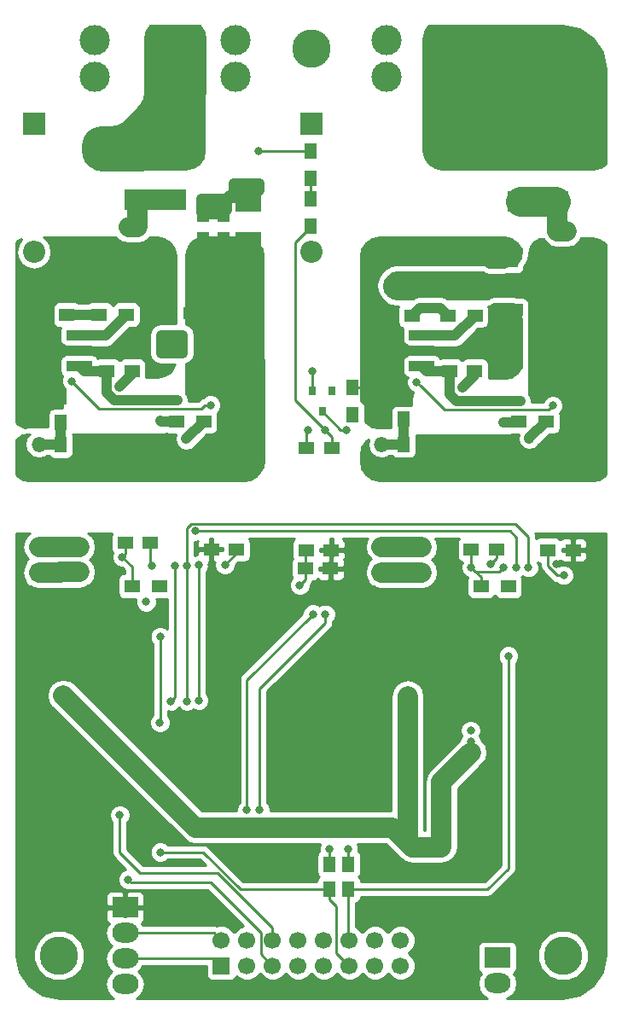
<source format=gbl>
G04 #@! TF.GenerationSoftware,KiCad,Pcbnew,no-vcs-found-b05a40e~61~ubuntu17.10.1*
G04 #@! TF.CreationDate,2017-12-27T10:39:54-05:00*
G04 #@! TF.ProjectId,ENNOID Dual Gate Driver,454E4E4F4944204475616C2047617465,rev?*
G04 #@! TF.SameCoordinates,Original*
G04 #@! TF.FileFunction,Copper,L2,Bot,Signal*
G04 #@! TF.FilePolarity,Positive*
%FSLAX46Y46*%
G04 Gerber Fmt 4.6, Leading zero omitted, Abs format (unit mm)*
G04 Created by KiCad (PCBNEW no-vcs-found-b05a40e~61~ubuntu17.10.1) date Wed Dec 27 10:39:54 2017*
%MOMM*%
%LPD*%
G01*
G04 APERTURE LIST*
%ADD10C,3.800000*%
%ADD11R,1.250000X1.500000*%
%ADD12R,1.500000X1.250000*%
%ADD13R,2.000000X1.600000*%
%ADD14R,2.500000X2.000000*%
%ADD15O,2.200000X2.200000*%
%ADD16R,2.200000X2.200000*%
%ADD17O,2.600000X2.000000*%
%ADD18R,2.600000X2.000000*%
%ADD19C,0.750000*%
%ADD20C,0.100000*%
%ADD21R,4.000000X2.000000*%
%ADD22R,2.500000X1.000000*%
%ADD23R,1.500000X1.300000*%
%ADD24R,2.600000X2.100000*%
%ADD25R,1.300000X1.500000*%
%ADD26R,0.800000X0.900000*%
%ADD27C,3.000000*%
%ADD28C,1.700000*%
%ADD29R,1.700000X1.700000*%
%ADD30O,1.500000X1.500000*%
%ADD31R,1.500000X1.500000*%
%ADD32C,0.800000*%
%ADD33C,0.250000*%
%ADD34C,2.000000*%
%ADD35C,1.000000*%
%ADD36C,3.000000*%
%ADD37C,0.254000*%
G04 APERTURE END LIST*
D10*
X30000000Y-3000000D03*
X5000000Y-93000000D03*
D11*
X33705800Y-83941600D03*
X33705800Y-86441600D03*
X5080000Y-54971000D03*
X5080000Y-52471000D03*
X7010400Y-52471000D03*
X7010400Y-54971000D03*
X5156200Y-40099300D03*
X5156200Y-37599300D03*
X5156200Y-42336400D03*
X5156200Y-44836400D03*
D12*
X12250000Y-35000000D03*
X9750000Y-35000000D03*
D11*
X39090600Y-54996400D03*
X39090600Y-52496400D03*
X40970200Y-52496400D03*
X40970200Y-54996400D03*
X39166800Y-39800800D03*
X39166800Y-37300800D03*
X39166800Y-42300800D03*
X39166800Y-44800800D03*
D12*
X46250000Y-35000000D03*
X43750000Y-35000000D03*
X14077000Y-52044600D03*
X11577000Y-52044600D03*
X22611400Y-52730400D03*
X20111400Y-52730400D03*
X18140400Y-29283600D03*
X15640400Y-29283600D03*
D13*
X18890400Y-24283600D03*
X14890400Y-24283600D03*
D11*
X21282200Y-21963000D03*
X21282200Y-19463000D03*
X19282200Y-19463000D03*
X19282200Y-21963000D03*
D14*
X23749000Y-22218400D03*
X23749000Y-18218400D03*
D12*
X45892400Y-52730400D03*
X48392400Y-52730400D03*
X56012400Y-52781200D03*
X53512400Y-52781200D03*
X52750000Y-28978800D03*
X50250000Y-28978800D03*
D13*
X53500000Y-23978800D03*
X49500000Y-23978800D03*
D12*
X32009400Y-52781200D03*
X29509400Y-52781200D03*
X29433200Y-54610000D03*
X31933200Y-54610000D03*
D11*
X31826200Y-86441600D03*
X31826200Y-83941600D03*
D15*
X2500000Y-23200000D03*
D16*
X2500000Y-10500000D03*
X30000000Y-10500000D03*
D15*
X30000000Y-23200000D03*
D17*
X11544300Y-95872300D03*
X11544300Y-93332300D03*
X11544300Y-90792300D03*
D18*
X11544300Y-88252300D03*
D17*
X48488600Y-95758000D03*
D18*
X48488600Y-93218000D03*
D19*
X39370000Y-33000000D03*
D20*
G36*
X39745000Y-33500000D02*
X38995000Y-34000000D01*
X38995000Y-32000000D01*
X39745000Y-32500000D01*
X39745000Y-33500000D01*
X39745000Y-33500000D01*
G37*
D21*
X37020000Y-33000000D03*
D22*
X40980000Y-34500000D03*
X40980000Y-33000000D03*
X40980000Y-31500000D03*
D19*
X5370000Y-33000000D03*
D20*
G36*
X5745000Y-33500000D02*
X4995000Y-34000000D01*
X4995000Y-32000000D01*
X5745000Y-32500000D01*
X5745000Y-33500000D01*
X5745000Y-33500000D01*
G37*
D21*
X3020000Y-33000000D03*
D22*
X6980000Y-34500000D03*
X6980000Y-33000000D03*
X6980000Y-31500000D03*
D23*
X3044200Y-29438600D03*
X5744200Y-29438600D03*
X8987800Y-29438600D03*
X11687800Y-29438600D03*
X40008800Y-29514800D03*
X37308800Y-29514800D03*
X43557200Y-29514800D03*
X46257200Y-29514800D03*
X12239000Y-56362600D03*
X14939000Y-56362600D03*
D24*
X12794000Y-17999600D03*
X12794000Y-13099600D03*
X16294000Y-13099600D03*
X16294000Y-17999600D03*
D23*
X49584600Y-56388000D03*
X46884600Y-56388000D03*
D24*
X50785600Y-13252000D03*
X50785600Y-18152000D03*
X54285600Y-18152000D03*
X54285600Y-13252000D03*
D25*
X29921200Y-15878800D03*
X29921200Y-13178800D03*
X34117600Y-36650000D03*
X34117600Y-39350000D03*
X29921200Y-17954000D03*
X29921200Y-20654000D03*
D12*
X32034800Y-42621200D03*
X29534800Y-42621200D03*
D26*
X31117600Y-39000000D03*
X32067600Y-37000000D03*
X30167600Y-37000000D03*
D23*
X16650000Y-40000000D03*
X19350000Y-40000000D03*
X53350000Y-40000000D03*
X50650000Y-40000000D03*
D27*
X22500000Y-5830000D03*
X22500000Y-2170000D03*
X8500000Y-5830000D03*
X8500000Y-2170000D03*
X16500000Y-5830000D03*
X16500000Y-2170000D03*
X43500000Y-5830000D03*
X43500000Y-2170000D03*
X37500000Y-2170000D03*
X37500000Y-5830000D03*
D28*
X38887400Y-91478100D03*
X38887400Y-94018100D03*
X36347400Y-91478100D03*
X36347400Y-94018100D03*
X33807400Y-91478100D03*
X33807400Y-94018100D03*
X31267400Y-91478100D03*
X31267400Y-94018100D03*
X28727400Y-91478100D03*
X28727400Y-94018100D03*
X26187400Y-91478100D03*
X26187400Y-94018100D03*
X23647400Y-91478100D03*
X23647400Y-94018100D03*
X21107400Y-91478100D03*
D29*
X21107400Y-94018100D03*
D30*
X3000000Y-39760000D03*
X3000000Y-42300000D03*
X3000000Y-44840000D03*
X3000000Y-52460000D03*
D31*
X3000000Y-55000000D03*
D30*
X37000000Y-39760000D03*
X37000000Y-42300000D03*
X37000000Y-44840000D03*
X37000000Y-52460000D03*
D31*
X37000000Y-55000000D03*
D10*
X55000000Y-93000000D03*
D32*
X49098200Y-54508400D03*
X55067200Y-55295800D03*
X54350582Y-54147982D03*
X47825000Y-54178200D03*
X15011400Y-69900800D03*
X11023600Y-79070200D03*
X18491200Y-50901600D03*
X50368200Y-54533800D03*
X45897800Y-54508400D03*
X28879800Y-56261000D03*
X11277600Y-53467000D03*
X21463000Y-54229000D03*
X54991000Y-59182000D03*
X32689800Y-56261000D03*
X45720000Y-76733400D03*
X46634400Y-76758800D03*
X46634400Y-77698600D03*
X13462000Y-82753200D03*
X8966200Y-82753200D03*
X4521200Y-82753200D03*
X20052190Y-59055000D03*
X20167600Y-54229000D03*
X45694600Y-77698600D03*
X44678600Y-88239600D03*
X14173200Y-54381400D03*
X13639800Y-57937400D03*
X15036800Y-61366400D03*
X15036800Y-82753200D03*
X49580800Y-63296800D03*
X11836400Y-85471000D03*
X18872198Y-67716400D03*
X18872200Y-54254400D03*
X30175200Y-59131200D03*
X23647400Y-78562200D03*
X31419800Y-59156600D03*
X24917400Y-78562200D03*
X45847000Y-70688200D03*
X45847000Y-71755000D03*
X45847000Y-72847200D03*
X51587400Y-54533800D03*
X17678400Y-67767198D03*
X17678400Y-54305200D03*
X16078200Y-67767200D03*
X16510000Y-54305200D03*
X39598600Y-67259200D03*
X5410200Y-67208400D03*
X42951400Y-82245200D03*
X41986200Y-82245200D03*
X40995600Y-82245200D03*
X40005000Y-82245200D03*
X31800800Y-82473800D03*
X33680400Y-82448400D03*
X15113000Y-31470600D03*
X15113000Y-32334200D03*
X15113000Y-33223200D03*
X17272000Y-33223200D03*
X17272000Y-32334200D03*
X17272000Y-31445200D03*
X24892000Y-16433800D03*
X24028400Y-16433800D03*
X23164800Y-16433800D03*
X22301200Y-16433800D03*
X19100800Y-17907000D03*
X19964400Y-17907000D03*
X20828000Y-17907000D03*
X21691600Y-17881600D03*
X13944600Y-29972000D03*
X13944600Y-28981400D03*
X19761200Y-29972000D03*
X19761200Y-28981400D03*
X7315200Y-29438600D03*
X12750800Y-20726400D03*
X11887200Y-20726400D03*
X55372000Y-21132800D03*
X54457600Y-21132800D03*
X13157200Y-23672806D03*
X13157200Y-24638000D03*
X19862800Y-24587200D03*
X19862800Y-23571200D03*
X11023600Y-36525200D03*
X24790400Y-13157200D03*
X22402800Y-43332400D03*
X11531600Y-43332400D03*
X16713200Y-37947600D03*
X44145200Y-26111200D03*
X43230800Y-26111200D03*
X42316400Y-26111200D03*
X41402000Y-26111200D03*
X40487600Y-26162000D03*
X39573200Y-26162000D03*
X38658800Y-26162000D03*
X37744400Y-26162000D03*
X30124400Y-35052000D03*
X48209200Y-28752800D03*
X48209200Y-29667200D03*
X47701200Y-24333200D03*
X47701200Y-23418800D03*
X54711600Y-29718000D03*
X55270400Y-24231600D03*
X55270400Y-23317200D03*
X54711600Y-28803600D03*
X45059600Y-36677600D03*
X56489600Y-43383200D03*
X45516800Y-43383200D03*
X50749200Y-37998400D03*
X6248400Y-36017200D03*
X20015200Y-38404800D03*
X40487600Y-36118800D03*
X54000400Y-38455600D03*
X33477200Y-40893996D03*
X41808400Y-28752800D03*
X31394398Y-40894000D03*
X29718000Y-40843200D03*
X15087600Y-39979600D03*
X17627600Y-41757600D03*
X51663600Y-41706800D03*
X49123600Y-40081200D03*
D33*
X29433200Y-54610000D02*
X29433200Y-52857400D01*
X29433200Y-52857400D02*
X29509400Y-52781200D01*
X45897800Y-54508400D02*
X46297799Y-54908399D01*
X48698201Y-54908399D02*
X49098200Y-54508400D01*
X46297799Y-54908399D02*
X48698201Y-54908399D01*
X53512400Y-52781200D02*
X53512400Y-54357485D01*
X54450715Y-55295800D02*
X54501515Y-55295800D01*
X53512400Y-54357485D02*
X54450715Y-55295800D01*
X54501515Y-55295800D02*
X55067200Y-55295800D01*
X12239000Y-56362600D02*
X12239000Y-54428400D01*
X12239000Y-54428400D02*
X11277600Y-53467000D01*
X29433200Y-54610000D02*
X29433200Y-55707600D01*
X29433200Y-55707600D02*
X28879800Y-56261000D01*
X48392400Y-52730400D02*
X48392400Y-53610800D01*
X48392400Y-53610800D02*
X47825000Y-54178200D01*
X15036800Y-69875400D02*
X15011400Y-69900800D01*
X15036800Y-61366400D02*
X15036800Y-69875400D01*
X20721981Y-84810600D02*
X13030200Y-84810600D01*
X13030200Y-84810600D02*
X11023600Y-82804000D01*
X26187400Y-91478100D02*
X26187400Y-90276019D01*
X11023600Y-79635885D02*
X11023600Y-79070200D01*
X11023600Y-82804000D02*
X11023600Y-79635885D01*
X26187400Y-90276019D02*
X20721981Y-84810600D01*
X17678400Y-50641396D02*
X18143198Y-50176598D01*
X50303598Y-50176598D02*
X51587400Y-51460400D01*
X18143198Y-50176598D02*
X50303598Y-50176598D01*
X51587400Y-53968115D02*
X51587400Y-54533800D01*
X17678400Y-54305200D02*
X17678400Y-50641396D01*
X51587400Y-51460400D02*
X51587400Y-53968115D01*
X50368200Y-51511200D02*
X49758600Y-50901600D01*
X49758600Y-50901600D02*
X18491200Y-50901600D01*
X50368200Y-52746198D02*
X50368200Y-51511200D01*
X50368200Y-54533800D02*
X50368200Y-52746198D01*
X46884600Y-55488000D02*
X45892400Y-54495800D01*
X46884600Y-56388000D02*
X46884600Y-55488000D01*
X45892400Y-54495800D02*
X45892400Y-52730400D01*
X22611400Y-52730400D02*
X22611400Y-53080600D01*
X22611400Y-53080600D02*
X21463000Y-54229000D01*
X11577000Y-52044600D02*
X11577000Y-53167600D01*
X11577000Y-53167600D02*
X11277600Y-53467000D01*
D34*
X5080000Y-54971000D02*
X7010400Y-54971000D01*
X3000000Y-55000000D02*
X5051000Y-55000000D01*
X5051000Y-55000000D02*
X5080000Y-54971000D01*
X7010400Y-52471000D02*
X5080000Y-52471000D01*
X3000000Y-52460000D02*
X5069000Y-52460000D01*
X5069000Y-52460000D02*
X5080000Y-52471000D01*
X37000000Y-55000000D02*
X39087000Y-55000000D01*
X39087000Y-55000000D02*
X39090600Y-54996400D01*
X40970200Y-54996400D02*
X39090600Y-54996400D01*
X39090600Y-52496400D02*
X40970200Y-52496400D01*
X37000000Y-52460000D02*
X39054200Y-52460000D01*
X39054200Y-52460000D02*
X39090600Y-52496400D01*
D33*
X14077000Y-52044600D02*
X14077000Y-54285200D01*
X14077000Y-54285200D02*
X14173200Y-54381400D01*
X13649200Y-57946800D02*
X13639800Y-57937400D01*
X22989391Y-86441600D02*
X19300991Y-82753200D01*
X19300991Y-82753200D02*
X15602485Y-82753200D01*
X15602485Y-82753200D02*
X15036800Y-82753200D01*
X31826200Y-86441600D02*
X22989391Y-86441600D01*
X47518000Y-86441600D02*
X49580800Y-84378800D01*
X49580800Y-63862485D02*
X49580800Y-63296800D01*
X49580800Y-84378800D02*
X49580800Y-63862485D01*
X33705800Y-86441600D02*
X47518000Y-86441600D01*
X12141200Y-85775800D02*
X11836400Y-85471000D01*
X20040600Y-85775800D02*
X12141200Y-85775800D01*
X25012399Y-90747599D02*
X20040600Y-85775800D01*
X26187400Y-94018100D02*
X25012399Y-92843099D01*
X25012399Y-92843099D02*
X25012399Y-90747599D01*
X18872200Y-67716398D02*
X18872198Y-67716400D01*
X18872200Y-54254400D02*
X18872200Y-67716398D01*
X23647400Y-65659000D02*
X30175200Y-59131200D01*
X23647400Y-78562200D02*
X23647400Y-65659000D01*
X24917400Y-66497200D02*
X31419800Y-59994800D01*
X24917400Y-78562200D02*
X24917400Y-66497200D01*
X31419800Y-59994800D02*
X31419800Y-59156600D01*
X11544300Y-90792300D02*
X20421600Y-90792300D01*
X20421600Y-90792300D02*
X21107400Y-91478100D01*
X11544300Y-93332300D02*
X20421600Y-93332300D01*
X20421600Y-93332300D02*
X21107400Y-94018100D01*
D34*
X42951400Y-75742800D02*
X45847000Y-72847200D01*
X42951400Y-82245200D02*
X42951400Y-75742800D01*
D33*
X17678400Y-54305200D02*
X17678400Y-67767198D01*
X16510000Y-54305200D02*
X16510000Y-67335400D01*
X16478199Y-67367201D02*
X16078200Y-67767200D01*
X16510000Y-67335400D02*
X16478199Y-67367201D01*
D34*
X38074600Y-80314800D02*
X18542000Y-80314800D01*
X40005000Y-82245200D02*
X38074600Y-80314800D01*
X18542000Y-80314800D02*
X5435600Y-67208400D01*
X5435600Y-67208400D02*
X5410200Y-67208400D01*
X39573200Y-81813400D02*
X39573200Y-67284600D01*
X40005000Y-82245200D02*
X39573200Y-81813400D01*
X39573200Y-67284600D02*
X39598600Y-67259200D01*
X42951400Y-82245200D02*
X40005000Y-82245200D01*
D33*
X31826200Y-82499200D02*
X31800800Y-82473800D01*
X31826200Y-83941600D02*
X31826200Y-82499200D01*
X33705800Y-82473800D02*
X33680400Y-82448400D01*
X33705800Y-83941600D02*
X33705800Y-82473800D01*
D35*
X17272000Y-31445200D02*
X17272000Y-33223200D01*
X15113000Y-31470600D02*
X15113000Y-33223200D01*
X15113000Y-33223200D02*
X17272000Y-33223200D01*
X15113000Y-32334200D02*
X17272000Y-32334200D01*
X15113000Y-31470600D02*
X17246600Y-31470600D01*
X17246600Y-31470600D02*
X17272000Y-31445200D01*
X22301200Y-16433800D02*
X22301200Y-17272000D01*
X22301200Y-17272000D02*
X21691600Y-17881600D01*
X22301200Y-16433800D02*
X24892000Y-16433800D01*
X22301200Y-16433800D02*
X22301200Y-16770600D01*
X22301200Y-16770600D02*
X23749000Y-18218400D01*
X23164800Y-16433800D02*
X23164800Y-17634200D01*
X23164800Y-17634200D02*
X23749000Y-18218400D01*
X24028400Y-16433800D02*
X24028400Y-17939000D01*
X24028400Y-17939000D02*
X23749000Y-18218400D01*
X24892000Y-16433800D02*
X24892000Y-17075400D01*
X24892000Y-17075400D02*
X23749000Y-18218400D01*
X21691600Y-17881600D02*
X23412200Y-17881600D01*
X23412200Y-17881600D02*
X23749000Y-18218400D01*
X21282200Y-19463000D02*
X19282200Y-19463000D01*
X19964400Y-17907000D02*
X19964400Y-18780800D01*
X19964400Y-18780800D02*
X19282200Y-19463000D01*
X20828000Y-17907000D02*
X20828000Y-19008800D01*
X20828000Y-19008800D02*
X21282200Y-19463000D01*
X21691600Y-17881600D02*
X21691600Y-19053600D01*
X21691600Y-19053600D02*
X21282200Y-19463000D01*
X19100800Y-17907000D02*
X19100800Y-19281600D01*
X19100800Y-19281600D02*
X19282200Y-19463000D01*
X19100800Y-17907000D02*
X21666200Y-17907000D01*
X21666200Y-17907000D02*
X21691600Y-17881600D01*
X13157200Y-24638000D02*
X14536000Y-24638000D01*
X14536000Y-24638000D02*
X14890400Y-24283600D01*
X13157200Y-23672806D02*
X14279606Y-23672806D01*
X14279606Y-23672806D02*
X14890400Y-24283600D01*
X13944600Y-29972000D02*
X14952000Y-29972000D01*
X14952000Y-29972000D02*
X15640400Y-29283600D01*
X13944600Y-28981400D02*
X15338200Y-28981400D01*
X15338200Y-28981400D02*
X15640400Y-29283600D01*
X19194000Y-24587200D02*
X18890400Y-24283600D01*
X19761200Y-28981400D02*
X19761200Y-29972000D01*
X19761200Y-29972000D02*
X18828800Y-29972000D01*
X18828800Y-29972000D02*
X18140400Y-29283600D01*
X19761200Y-28981400D02*
X18442600Y-28981400D01*
X18442600Y-28981400D02*
X18140400Y-29283600D01*
D33*
X31826200Y-87441600D02*
X32537400Y-88152800D01*
X32537400Y-92748100D02*
X32957401Y-93168101D01*
X31826200Y-86441600D02*
X31826200Y-87441600D01*
X32957401Y-93168101D02*
X33807400Y-94018100D01*
X32537400Y-88152800D02*
X32537400Y-92748100D01*
X33705800Y-86441600D02*
X33705800Y-91376500D01*
X33705800Y-91376500D02*
X33807400Y-91478100D01*
D35*
X7315200Y-29438600D02*
X8987800Y-29438600D01*
X5744200Y-29438600D02*
X7315200Y-29438600D01*
D34*
X11887200Y-20726400D02*
X12750800Y-20726400D01*
X12794000Y-17999600D02*
X16294000Y-17999600D01*
X12750800Y-20726400D02*
X12750800Y-18042800D01*
X12750800Y-18042800D02*
X12794000Y-17999600D01*
X54457600Y-21132800D02*
X55372000Y-21132800D01*
X54457600Y-21132800D02*
X54457600Y-18324000D01*
X54457600Y-18324000D02*
X54285600Y-18152000D01*
D36*
X50785600Y-18152000D02*
X54285600Y-18152000D01*
D35*
X5156200Y-42336400D02*
X5156200Y-40099300D01*
X3000000Y-42300000D02*
X5119800Y-42300000D01*
X5119800Y-42300000D02*
X5156200Y-42336400D01*
X12250000Y-35298800D02*
X11023600Y-36525200D01*
X12250000Y-35000000D02*
X12250000Y-35298800D01*
D33*
X29921200Y-13178800D02*
X24812000Y-13178800D01*
X24812000Y-13178800D02*
X24790400Y-13157200D01*
D35*
X9750000Y-37182000D02*
X10515600Y-37947600D01*
X9750000Y-35000000D02*
X9750000Y-37182000D01*
X10515600Y-37947600D02*
X16147515Y-37947600D01*
X16147515Y-37947600D02*
X16713200Y-37947600D01*
X9750000Y-35000000D02*
X7480000Y-35000000D01*
X7480000Y-35000000D02*
X6980000Y-34500000D01*
D33*
X30124400Y-35052000D02*
X30124400Y-36956800D01*
X30124400Y-36956800D02*
X30167600Y-37000000D01*
X35017600Y-36650000D02*
X37000000Y-38632400D01*
X34117600Y-36650000D02*
X35017600Y-36650000D01*
X37000000Y-38632400D02*
X37000000Y-38699340D01*
X37000000Y-38699340D02*
X37000000Y-39760000D01*
X36590000Y-39350000D02*
X37000000Y-39760000D01*
D35*
X47701200Y-24333200D02*
X47701200Y-23418800D01*
X48209200Y-29667200D02*
X48209200Y-28752800D01*
X48209200Y-29667200D02*
X49561600Y-29667200D01*
X49561600Y-29667200D02*
X50250000Y-28978800D01*
X48209200Y-28752800D02*
X50024000Y-28752800D01*
X50024000Y-28752800D02*
X50250000Y-28978800D01*
X47701200Y-24333200D02*
X49145600Y-24333200D01*
X49145600Y-24333200D02*
X49500000Y-23978800D01*
X47701200Y-23418800D02*
X48940000Y-23418800D01*
X48940000Y-23418800D02*
X49500000Y-23978800D01*
X49295600Y-23774400D02*
X49500000Y-23978800D01*
X39166800Y-42300800D02*
X37000800Y-42300800D01*
X37000800Y-42300800D02*
X37000000Y-42300000D01*
X39166800Y-39800800D02*
X39166800Y-42300800D01*
X46250000Y-35000000D02*
X46250000Y-35487200D01*
X46250000Y-35487200D02*
X45059600Y-36677600D01*
X43750000Y-35000000D02*
X43750000Y-37298400D01*
X43750000Y-37298400D02*
X44450000Y-37998400D01*
X50183515Y-37998400D02*
X50749200Y-37998400D01*
X44450000Y-37998400D02*
X50183515Y-37998400D01*
X43750000Y-35000000D02*
X41480000Y-35000000D01*
X41480000Y-35000000D02*
X40980000Y-34500000D01*
D33*
X8991600Y-38760400D02*
X6248400Y-36017200D01*
X10161660Y-38760400D02*
X8991600Y-38760400D01*
X19449515Y-38404800D02*
X19081705Y-38772610D01*
X20015200Y-38404800D02*
X19449515Y-38404800D01*
X19081705Y-38772610D02*
X10173870Y-38772610D01*
X10173870Y-38772610D02*
X10161660Y-38760400D01*
X53600401Y-38855599D02*
X43224399Y-38855599D01*
X54000400Y-38455600D02*
X53600401Y-38855599D01*
X43224399Y-38855599D02*
X40887599Y-36518799D01*
X40887599Y-36518799D02*
X40487600Y-36118800D01*
X31117600Y-39000000D02*
X31117600Y-39050000D01*
X32961596Y-40893996D02*
X33477200Y-40893996D01*
X31117600Y-39050000D02*
X32961596Y-40893996D01*
D35*
X41808400Y-28752800D02*
X40770800Y-28752800D01*
X40770800Y-28752800D02*
X40008800Y-29514800D01*
X41808400Y-28752800D02*
X42795200Y-28752800D01*
X42795200Y-28752800D02*
X43557200Y-29514800D01*
D33*
X29921200Y-15878800D02*
X29921200Y-17954000D01*
X29921200Y-20754000D02*
X28448000Y-22227200D01*
X32034800Y-41534402D02*
X31794397Y-41293999D01*
X29921200Y-20654000D02*
X29921200Y-20754000D01*
X28448000Y-22227200D02*
X28448000Y-37947602D01*
X28448000Y-37947602D02*
X30994399Y-40494001D01*
X31794397Y-41293999D02*
X31394398Y-40894000D01*
X32034800Y-42621200D02*
X32034800Y-41534402D01*
X30994399Y-40494001D02*
X31394398Y-40894000D01*
X29534800Y-42621200D02*
X29534800Y-41026400D01*
X29534800Y-41026400D02*
X29718000Y-40843200D01*
D35*
X15108000Y-40000000D02*
X15087600Y-39979600D01*
X16650000Y-40000000D02*
X15108000Y-40000000D01*
X17627600Y-41757600D02*
X17627600Y-41722400D01*
X17627600Y-41722400D02*
X19350000Y-40000000D01*
X51663600Y-41706800D02*
X51663600Y-41686400D01*
X51663600Y-41686400D02*
X53350000Y-40000000D01*
X49123600Y-40081200D02*
X50568800Y-40081200D01*
X50568800Y-40081200D02*
X50650000Y-40000000D01*
X46257200Y-29514800D02*
X44272000Y-31500000D01*
X44272000Y-31500000D02*
X40980000Y-31500000D01*
X6980000Y-31500000D02*
X9626400Y-31500000D01*
X9626400Y-31500000D02*
X11687800Y-29438600D01*
D37*
G36*
X1843880Y-51303880D02*
X1489457Y-51834313D01*
X1365000Y-52460000D01*
X1489457Y-53085687D01*
X1843880Y-53616120D01*
X1949789Y-53686886D01*
X1792191Y-53792191D01*
X1651843Y-54002235D01*
X1615293Y-54185985D01*
X1489457Y-54374313D01*
X1365000Y-55000000D01*
X1489457Y-55625687D01*
X1615293Y-55814015D01*
X1651843Y-55997765D01*
X1792191Y-56207809D01*
X2002235Y-56348157D01*
X2185985Y-56384707D01*
X2374313Y-56510543D01*
X3000000Y-56635000D01*
X5050995Y-56635000D01*
X5051000Y-56635001D01*
X5196797Y-56606000D01*
X7010400Y-56606000D01*
X7636087Y-56481543D01*
X7877399Y-56320304D01*
X7883165Y-56319157D01*
X8093209Y-56178809D01*
X8096473Y-56173924D01*
X8166520Y-56127120D01*
X8520943Y-55596687D01*
X8645400Y-54971000D01*
X8520943Y-54345313D01*
X8166520Y-53814880D01*
X8096473Y-53768076D01*
X8093209Y-53763191D01*
X8030066Y-53721000D01*
X8093209Y-53678809D01*
X8096473Y-53673924D01*
X8166520Y-53627120D01*
X8520943Y-53096687D01*
X8645400Y-52471000D01*
X8520943Y-51845313D01*
X8166520Y-51314880D01*
X8096473Y-51268076D01*
X8093209Y-51263191D01*
X7894175Y-51130200D01*
X10256663Y-51130200D01*
X10228843Y-51171835D01*
X10179560Y-51419600D01*
X10179560Y-52669600D01*
X10228843Y-52917365D01*
X10325241Y-53061634D01*
X10242780Y-53260223D01*
X10242421Y-53671971D01*
X10399658Y-54052515D01*
X10690554Y-54343919D01*
X11070823Y-54501820D01*
X11237764Y-54501966D01*
X11479000Y-54743202D01*
X11479000Y-55067149D01*
X11241235Y-55114443D01*
X11031191Y-55254791D01*
X10890843Y-55464835D01*
X10841560Y-55712600D01*
X10841560Y-57012600D01*
X10890843Y-57260365D01*
X11031191Y-57470409D01*
X11241235Y-57610757D01*
X11489000Y-57660040D01*
X12634289Y-57660040D01*
X12604980Y-57730623D01*
X12604621Y-58142371D01*
X12761858Y-58522915D01*
X13052754Y-58814319D01*
X13433023Y-58972220D01*
X13844771Y-58972579D01*
X14225315Y-58815342D01*
X14516719Y-58524446D01*
X14674620Y-58144177D01*
X14674979Y-57732429D01*
X14645069Y-57660040D01*
X15689000Y-57660040D01*
X15750000Y-57647906D01*
X15750000Y-60615855D01*
X15623846Y-60489481D01*
X15243577Y-60331580D01*
X14831829Y-60331221D01*
X14451285Y-60488458D01*
X14159881Y-60779354D01*
X14001980Y-61159623D01*
X14001621Y-61571371D01*
X14158858Y-61951915D01*
X14276800Y-62070063D01*
X14276800Y-69171683D01*
X14134481Y-69313754D01*
X13976580Y-69694023D01*
X13976221Y-70105771D01*
X14133458Y-70486315D01*
X14424354Y-70777719D01*
X14804623Y-70935620D01*
X15216371Y-70935979D01*
X15596915Y-70778742D01*
X15888319Y-70487846D01*
X16046220Y-70107577D01*
X16046579Y-69695829D01*
X15889342Y-69315285D01*
X15796800Y-69222581D01*
X15796800Y-68771034D01*
X15871423Y-68802020D01*
X16283171Y-68802379D01*
X16663715Y-68645142D01*
X16878420Y-68430811D01*
X17091354Y-68644117D01*
X17471623Y-68802018D01*
X17883371Y-68802377D01*
X18263915Y-68645140D01*
X18306815Y-68602314D01*
X18665421Y-68751220D01*
X19077169Y-68751579D01*
X19457713Y-68594342D01*
X19749117Y-68303446D01*
X19907018Y-67923177D01*
X19907377Y-67511429D01*
X19750140Y-67130885D01*
X19632200Y-67012739D01*
X19632200Y-54958161D01*
X19749119Y-54841446D01*
X19907020Y-54461177D01*
X19907379Y-54049429D01*
X19866224Y-53949826D01*
X19984400Y-53831650D01*
X19984400Y-52857400D01*
X18885150Y-52857400D01*
X18726400Y-53016150D01*
X18726400Y-53219273D01*
X18667229Y-53219221D01*
X18438400Y-53313771D01*
X18438400Y-51936554D01*
X18696171Y-51936779D01*
X18753787Y-51912973D01*
X18726400Y-51979090D01*
X18726400Y-52444650D01*
X18885150Y-52603400D01*
X19984400Y-52603400D01*
X19984400Y-51661600D01*
X20238400Y-51661600D01*
X20238400Y-52603400D01*
X21213960Y-52603400D01*
X21213960Y-52857400D01*
X20238400Y-52857400D01*
X20238400Y-53831650D01*
X20397150Y-53990400D01*
X20441394Y-53990400D01*
X20428180Y-54022223D01*
X20427821Y-54433971D01*
X20585058Y-54814515D01*
X20875954Y-55105919D01*
X21256223Y-55263820D01*
X21667971Y-55264179D01*
X22048515Y-55106942D01*
X22339919Y-54816046D01*
X22497820Y-54435777D01*
X22497966Y-54268836D01*
X22763962Y-54002840D01*
X23361400Y-54002840D01*
X23609165Y-53953557D01*
X23819209Y-53813209D01*
X23959557Y-53603165D01*
X24008840Y-53355400D01*
X24008840Y-52105400D01*
X23959557Y-51857635D01*
X23828570Y-51661600D01*
X28356652Y-51661600D01*
X28301591Y-51698391D01*
X28161243Y-51908435D01*
X28111960Y-52156200D01*
X28111960Y-53406200D01*
X28156526Y-53630253D01*
X28085043Y-53737235D01*
X28035760Y-53985000D01*
X28035760Y-55235000D01*
X28085043Y-55482765D01*
X28128801Y-55548253D01*
X28002881Y-55673954D01*
X27844980Y-56054223D01*
X27844621Y-56465971D01*
X28001858Y-56846515D01*
X28292754Y-57137919D01*
X28673023Y-57295820D01*
X29084771Y-57296179D01*
X29465315Y-57138942D01*
X29756719Y-56848046D01*
X29914620Y-56467777D01*
X29914766Y-56300836D01*
X29970601Y-56245001D01*
X30135348Y-55998439D01*
X30158422Y-55882440D01*
X30183200Y-55882440D01*
X30430965Y-55833157D01*
X30641009Y-55692809D01*
X30681854Y-55631680D01*
X30823502Y-55773327D01*
X31056891Y-55870000D01*
X31647450Y-55870000D01*
X31806200Y-55711250D01*
X31806200Y-54737000D01*
X32060200Y-54737000D01*
X32060200Y-55711250D01*
X32218950Y-55870000D01*
X32809509Y-55870000D01*
X33042898Y-55773327D01*
X33221527Y-55594699D01*
X33318200Y-55361310D01*
X33318200Y-54895750D01*
X33159450Y-54737000D01*
X32060200Y-54737000D01*
X31806200Y-54737000D01*
X30830640Y-54737000D01*
X30830640Y-54483000D01*
X31806200Y-54483000D01*
X31806200Y-53958650D01*
X31882400Y-53882450D01*
X31882400Y-53508750D01*
X32060200Y-53508750D01*
X32060200Y-54483000D01*
X33159450Y-54483000D01*
X33318200Y-54324250D01*
X33318200Y-53858690D01*
X33285026Y-53778600D01*
X33297727Y-53765899D01*
X33394400Y-53532510D01*
X33394400Y-53066950D01*
X33235650Y-52908200D01*
X32136400Y-52908200D01*
X32136400Y-53432550D01*
X32060200Y-53508750D01*
X31882400Y-53508750D01*
X31882400Y-52908200D01*
X30906840Y-52908200D01*
X30906840Y-52654200D01*
X31882400Y-52654200D01*
X31882400Y-51679950D01*
X31864050Y-51661600D01*
X32154750Y-51661600D01*
X32136400Y-51679950D01*
X32136400Y-52654200D01*
X33235650Y-52654200D01*
X33394400Y-52495450D01*
X33394400Y-52029890D01*
X33297727Y-51796501D01*
X33162825Y-51661600D01*
X35604860Y-51661600D01*
X35489457Y-51834313D01*
X35365000Y-52460000D01*
X35489457Y-53085687D01*
X35843880Y-53616120D01*
X35949789Y-53686886D01*
X35792191Y-53792191D01*
X35651843Y-54002235D01*
X35615293Y-54185985D01*
X35489457Y-54374313D01*
X35365000Y-55000000D01*
X35489457Y-55625687D01*
X35615293Y-55814015D01*
X35651843Y-55997765D01*
X35792191Y-56207809D01*
X36002235Y-56348157D01*
X36185985Y-56384707D01*
X36374313Y-56510543D01*
X37000000Y-56635000D01*
X39086995Y-56635000D01*
X39087000Y-56635001D01*
X39105103Y-56631400D01*
X40970200Y-56631400D01*
X41595887Y-56506943D01*
X41837199Y-56345704D01*
X41842965Y-56344557D01*
X42053009Y-56204209D01*
X42056273Y-56199324D01*
X42126320Y-56152520D01*
X42480743Y-55622087D01*
X42605200Y-54996400D01*
X42480743Y-54370713D01*
X42126320Y-53840280D01*
X42056273Y-53793476D01*
X42053009Y-53788591D01*
X41989866Y-53746400D01*
X42053009Y-53704209D01*
X42056273Y-53699324D01*
X42126320Y-53652520D01*
X42480743Y-53122087D01*
X42605200Y-52496400D01*
X42480743Y-51870713D01*
X42341019Y-51661600D01*
X44675230Y-51661600D01*
X44544243Y-51857635D01*
X44494960Y-52105400D01*
X44494960Y-53355400D01*
X44544243Y-53603165D01*
X44684591Y-53813209D01*
X44894635Y-53953557D01*
X44998898Y-53974296D01*
X44862980Y-54301623D01*
X44862621Y-54713371D01*
X45019858Y-55093915D01*
X45310754Y-55385319D01*
X45542302Y-55481466D01*
X45536443Y-55490235D01*
X45487160Y-55738000D01*
X45487160Y-57038000D01*
X45536443Y-57285765D01*
X45676791Y-57495809D01*
X45886835Y-57636157D01*
X46134600Y-57685440D01*
X47634600Y-57685440D01*
X47882365Y-57636157D01*
X48092409Y-57495809D01*
X48232757Y-57285765D01*
X48234600Y-57276500D01*
X48236443Y-57285765D01*
X48376791Y-57495809D01*
X48586835Y-57636157D01*
X48834600Y-57685440D01*
X50334600Y-57685440D01*
X50582365Y-57636157D01*
X50792409Y-57495809D01*
X50932757Y-57285765D01*
X50982040Y-57038000D01*
X50982040Y-55738000D01*
X50932757Y-55490235D01*
X50896191Y-55435510D01*
X50953715Y-55411742D01*
X50977587Y-55387912D01*
X51000354Y-55410719D01*
X51380623Y-55568620D01*
X51792371Y-55568979D01*
X52172915Y-55411742D01*
X52464319Y-55120846D01*
X52622220Y-54740577D01*
X52622579Y-54328829D01*
X52478547Y-53980244D01*
X52514635Y-54004357D01*
X52752400Y-54051651D01*
X52752400Y-54357485D01*
X52810252Y-54648324D01*
X52974999Y-54894886D01*
X53913314Y-55833201D01*
X54159876Y-55997948D01*
X54341815Y-56034138D01*
X54480154Y-56172719D01*
X54860423Y-56330620D01*
X55272171Y-56330979D01*
X55652715Y-56173742D01*
X55944119Y-55882846D01*
X56102020Y-55502577D01*
X56102379Y-55090829D01*
X55945142Y-54710285D01*
X55654246Y-54418881D01*
X55273977Y-54260980D01*
X54862229Y-54260621D01*
X54599072Y-54369355D01*
X54279880Y-54050163D01*
X54510165Y-54004357D01*
X54720209Y-53864009D01*
X54761054Y-53802880D01*
X54902702Y-53944527D01*
X55136091Y-54041200D01*
X55726650Y-54041200D01*
X55885400Y-53882450D01*
X55885400Y-52908200D01*
X56139400Y-52908200D01*
X56139400Y-53882450D01*
X56298150Y-54041200D01*
X56888709Y-54041200D01*
X57122098Y-53944527D01*
X57300727Y-53765899D01*
X57397400Y-53532510D01*
X57397400Y-53066950D01*
X57238650Y-52908200D01*
X56139400Y-52908200D01*
X55885400Y-52908200D01*
X54909840Y-52908200D01*
X54909840Y-52654200D01*
X55885400Y-52654200D01*
X55885400Y-51679950D01*
X56139400Y-51679950D01*
X56139400Y-52654200D01*
X57238650Y-52654200D01*
X57397400Y-52495450D01*
X57397400Y-52029890D01*
X57300727Y-51796501D01*
X57122098Y-51617873D01*
X56888709Y-51521200D01*
X56298150Y-51521200D01*
X56139400Y-51679950D01*
X55885400Y-51679950D01*
X55726650Y-51521200D01*
X55136091Y-51521200D01*
X54902702Y-51617873D01*
X54761054Y-51759520D01*
X54720209Y-51698391D01*
X54510165Y-51558043D01*
X54262400Y-51508760D01*
X52762400Y-51508760D01*
X52514635Y-51558043D01*
X52347400Y-51669787D01*
X52347400Y-51460400D01*
X52324156Y-51343544D01*
X52289548Y-51169560D01*
X52263248Y-51130200D01*
X59265000Y-51130200D01*
X59265000Y-92927610D01*
X58927043Y-94626634D01*
X58005629Y-96005629D01*
X56626634Y-96927043D01*
X54927610Y-97265000D01*
X49457498Y-97265000D01*
X49982629Y-96914120D01*
X50337052Y-96383687D01*
X50461509Y-95758000D01*
X50337052Y-95132313D01*
X50098198Y-94774841D01*
X50246409Y-94675809D01*
X50386757Y-94465765D01*
X50436040Y-94218000D01*
X50436040Y-93502031D01*
X52464561Y-93502031D01*
X52849678Y-94434086D01*
X53562163Y-95147816D01*
X54493545Y-95534559D01*
X55502031Y-95535439D01*
X56434086Y-95150322D01*
X57147816Y-94437837D01*
X57534559Y-93506455D01*
X57535439Y-92497969D01*
X57150322Y-91565914D01*
X56437837Y-90852184D01*
X55506455Y-90465441D01*
X54497969Y-90464561D01*
X53565914Y-90849678D01*
X52852184Y-91562163D01*
X52465441Y-92493545D01*
X52464561Y-93502031D01*
X50436040Y-93502031D01*
X50436040Y-92218000D01*
X50386757Y-91970235D01*
X50246409Y-91760191D01*
X50036365Y-91619843D01*
X49788600Y-91570560D01*
X47188600Y-91570560D01*
X46940835Y-91619843D01*
X46730791Y-91760191D01*
X46590443Y-91970235D01*
X46541160Y-92218000D01*
X46541160Y-94218000D01*
X46590443Y-94465765D01*
X46730791Y-94675809D01*
X46879002Y-94774841D01*
X46640148Y-95132313D01*
X46515691Y-95758000D01*
X46640148Y-96383687D01*
X46994571Y-96914120D01*
X47519702Y-97265000D01*
X12684261Y-97265000D01*
X13038329Y-97028420D01*
X13392752Y-96497987D01*
X13517209Y-95872300D01*
X13392752Y-95246613D01*
X13038329Y-94716180D01*
X12867895Y-94602300D01*
X13038329Y-94488420D01*
X13303007Y-94092300D01*
X19609960Y-94092300D01*
X19609960Y-94868100D01*
X19659243Y-95115865D01*
X19799591Y-95325909D01*
X20009635Y-95466257D01*
X20257400Y-95515540D01*
X21957400Y-95515540D01*
X22205165Y-95466257D01*
X22415209Y-95325909D01*
X22555557Y-95115865D01*
X22570414Y-95041175D01*
X22805117Y-95276288D01*
X23350719Y-95502842D01*
X23941489Y-95503357D01*
X24487486Y-95277756D01*
X24905588Y-94860383D01*
X24917148Y-94832543D01*
X24927744Y-94858186D01*
X25345117Y-95276288D01*
X25890719Y-95502842D01*
X26481489Y-95503357D01*
X27027486Y-95277756D01*
X27445588Y-94860383D01*
X27457148Y-94832543D01*
X27467744Y-94858186D01*
X27885117Y-95276288D01*
X28430719Y-95502842D01*
X29021489Y-95503357D01*
X29567486Y-95277756D01*
X29985588Y-94860383D01*
X29997148Y-94832543D01*
X30007744Y-94858186D01*
X30425117Y-95276288D01*
X30970719Y-95502842D01*
X31561489Y-95503357D01*
X32107486Y-95277756D01*
X32525588Y-94860383D01*
X32537148Y-94832543D01*
X32547744Y-94858186D01*
X32965117Y-95276288D01*
X33510719Y-95502842D01*
X34101489Y-95503357D01*
X34647486Y-95277756D01*
X35065588Y-94860383D01*
X35077148Y-94832543D01*
X35087744Y-94858186D01*
X35505117Y-95276288D01*
X36050719Y-95502842D01*
X36641489Y-95503357D01*
X37187486Y-95277756D01*
X37605588Y-94860383D01*
X37617148Y-94832543D01*
X37627744Y-94858186D01*
X38045117Y-95276288D01*
X38590719Y-95502842D01*
X39181489Y-95503357D01*
X39727486Y-95277756D01*
X40145588Y-94860383D01*
X40372142Y-94314781D01*
X40372657Y-93724011D01*
X40147056Y-93178014D01*
X39729683Y-92759912D01*
X39701843Y-92748352D01*
X39727486Y-92737756D01*
X40145588Y-92320383D01*
X40372142Y-91774781D01*
X40372657Y-91184011D01*
X40147056Y-90638014D01*
X39729683Y-90219912D01*
X39184081Y-89993358D01*
X38593311Y-89992843D01*
X38047314Y-90218444D01*
X37629212Y-90635817D01*
X37617652Y-90663657D01*
X37607056Y-90638014D01*
X37189683Y-90219912D01*
X36644081Y-89993358D01*
X36053311Y-89992843D01*
X35507314Y-90218444D01*
X35089212Y-90635817D01*
X35077652Y-90663657D01*
X35067056Y-90638014D01*
X34649683Y-90219912D01*
X34465800Y-90143557D01*
X34465800Y-87812187D01*
X34578565Y-87789757D01*
X34788609Y-87649409D01*
X34928957Y-87439365D01*
X34976251Y-87201600D01*
X47518000Y-87201600D01*
X47808839Y-87143748D01*
X48055401Y-86979001D01*
X50118201Y-84916201D01*
X50282948Y-84669639D01*
X50340800Y-84378800D01*
X50340800Y-64000561D01*
X50457719Y-63883846D01*
X50615620Y-63503577D01*
X50615979Y-63091829D01*
X50458742Y-62711285D01*
X50167846Y-62419881D01*
X49787577Y-62261980D01*
X49375829Y-62261621D01*
X48995285Y-62418858D01*
X48703881Y-62709754D01*
X48545980Y-63090023D01*
X48545621Y-63501771D01*
X48702858Y-63882315D01*
X48820800Y-64000463D01*
X48820800Y-84063998D01*
X47203198Y-85681600D01*
X34976251Y-85681600D01*
X34928957Y-85443835D01*
X34788609Y-85233791D01*
X34725466Y-85191600D01*
X34788609Y-85149409D01*
X34928957Y-84939365D01*
X34978240Y-84691600D01*
X34978240Y-83191600D01*
X34928957Y-82943835D01*
X34788609Y-82733791D01*
X34705606Y-82678330D01*
X34715220Y-82655177D01*
X34715579Y-82243429D01*
X34594254Y-81949800D01*
X37397360Y-81949800D01*
X38417080Y-82969520D01*
X38639161Y-83191600D01*
X38848878Y-83401317D01*
X38848880Y-83401320D01*
X39010004Y-83508979D01*
X39379312Y-83755743D01*
X40005000Y-83880201D01*
X40005005Y-83880200D01*
X42951400Y-83880200D01*
X43577087Y-83755743D01*
X44107520Y-83401320D01*
X44461943Y-82870887D01*
X44586400Y-82245200D01*
X44586400Y-76420040D01*
X47003120Y-74003319D01*
X47357543Y-73472888D01*
X47482001Y-72847200D01*
X47357543Y-72221512D01*
X47003120Y-71691080D01*
X46882127Y-71610235D01*
X46882179Y-71550029D01*
X46746335Y-71221261D01*
X46881820Y-70894977D01*
X46882179Y-70483229D01*
X46724942Y-70102685D01*
X46434046Y-69811281D01*
X46053777Y-69653380D01*
X45642029Y-69653021D01*
X45261485Y-69810258D01*
X44970081Y-70101154D01*
X44812180Y-70481423D01*
X44811821Y-70893171D01*
X44947665Y-71221939D01*
X44812180Y-71548223D01*
X44812126Y-71610067D01*
X44690881Y-71691080D01*
X41795280Y-74586680D01*
X41440857Y-75117112D01*
X41316399Y-75742800D01*
X41316400Y-75742805D01*
X41316400Y-80610200D01*
X41208200Y-80610200D01*
X41208200Y-67386899D01*
X41233601Y-67259200D01*
X41109143Y-66633512D01*
X40754720Y-66103080D01*
X40224288Y-65748657D01*
X39598600Y-65624199D01*
X38972912Y-65748657D01*
X38442480Y-66103080D01*
X38417080Y-66128480D01*
X38062657Y-66658912D01*
X37938199Y-67284600D01*
X37938200Y-67284605D01*
X37938200Y-78679800D01*
X25952298Y-78679800D01*
X25952579Y-78357229D01*
X25795342Y-77976685D01*
X25677400Y-77858537D01*
X25677400Y-66812002D01*
X31957201Y-60532201D01*
X32121948Y-60285640D01*
X32179800Y-59994800D01*
X32179800Y-59860361D01*
X32296719Y-59743646D01*
X32454620Y-59363377D01*
X32454979Y-58951629D01*
X32297742Y-58571085D01*
X32006846Y-58279681D01*
X31626577Y-58121780D01*
X31214829Y-58121421D01*
X30834285Y-58278658D01*
X30810391Y-58302510D01*
X30762246Y-58254281D01*
X30381977Y-58096380D01*
X29970229Y-58096021D01*
X29589685Y-58253258D01*
X29298281Y-58544154D01*
X29140380Y-58924423D01*
X29140234Y-59091364D01*
X23109999Y-65121599D01*
X22945252Y-65368161D01*
X22887400Y-65659000D01*
X22887400Y-77858439D01*
X22770481Y-77975154D01*
X22612580Y-78355423D01*
X22612297Y-78679800D01*
X19219239Y-78679800D01*
X6591720Y-66052280D01*
X6061288Y-65697857D01*
X5435600Y-65573399D01*
X5435595Y-65573400D01*
X5410200Y-65573400D01*
X4784513Y-65697857D01*
X4254080Y-66052280D01*
X3899657Y-66582713D01*
X3775200Y-67208400D01*
X3899657Y-67834087D01*
X4254080Y-68364520D01*
X4330627Y-68415667D01*
X17385878Y-81470917D01*
X17385880Y-81470920D01*
X17668388Y-81659685D01*
X17916313Y-81825343D01*
X18542000Y-81949801D01*
X18542005Y-81949800D01*
X30897702Y-81949800D01*
X30765980Y-82267023D01*
X30765621Y-82678771D01*
X30778627Y-82710247D01*
X30743391Y-82733791D01*
X30603043Y-82943835D01*
X30553760Y-83191600D01*
X30553760Y-84691600D01*
X30603043Y-84939365D01*
X30743391Y-85149409D01*
X30806534Y-85191600D01*
X30743391Y-85233791D01*
X30603043Y-85443835D01*
X30555749Y-85681600D01*
X23304193Y-85681600D01*
X19838392Y-82215799D01*
X19591830Y-82051052D01*
X19300991Y-81993200D01*
X15740561Y-81993200D01*
X15623846Y-81876281D01*
X15243577Y-81718380D01*
X14831829Y-81718021D01*
X14451285Y-81875258D01*
X14159881Y-82166154D01*
X14001980Y-82546423D01*
X14001621Y-82958171D01*
X14158858Y-83338715D01*
X14449754Y-83630119D01*
X14830023Y-83788020D01*
X15241771Y-83788379D01*
X15622315Y-83631142D01*
X15740463Y-83513200D01*
X18986189Y-83513200D01*
X19523589Y-84050600D01*
X13345002Y-84050600D01*
X11783600Y-82489198D01*
X11783600Y-79773961D01*
X11900519Y-79657246D01*
X12058420Y-79276977D01*
X12058779Y-78865229D01*
X11901542Y-78484685D01*
X11610646Y-78193281D01*
X11230377Y-78035380D01*
X10818629Y-78035021D01*
X10438085Y-78192258D01*
X10146681Y-78483154D01*
X9988780Y-78863423D01*
X9988421Y-79275171D01*
X10145658Y-79655715D01*
X10263600Y-79773863D01*
X10263600Y-82804000D01*
X10321452Y-83094839D01*
X10486199Y-83341401D01*
X11595475Y-84450677D01*
X11250885Y-84593058D01*
X10959481Y-84883954D01*
X10801580Y-85264223D01*
X10801221Y-85675971D01*
X10958458Y-86056515D01*
X11249354Y-86347919D01*
X11629623Y-86505820D01*
X11992070Y-86506136D01*
X12141200Y-86535800D01*
X19725798Y-86535800D01*
X23232683Y-90042685D01*
X22807314Y-90218444D01*
X22389212Y-90635817D01*
X22377652Y-90663657D01*
X22367056Y-90638014D01*
X21949683Y-90219912D01*
X21404081Y-89993358D01*
X20813311Y-89992843D01*
X20621557Y-90072074D01*
X20421600Y-90032300D01*
X13303007Y-90032300D01*
X13155069Y-89810894D01*
X13203999Y-89790627D01*
X13382627Y-89611998D01*
X13479300Y-89378609D01*
X13479300Y-88538050D01*
X13320550Y-88379300D01*
X11671300Y-88379300D01*
X11671300Y-89157300D01*
X11417300Y-89157300D01*
X11417300Y-88379300D01*
X9768050Y-88379300D01*
X9609300Y-88538050D01*
X9609300Y-89378609D01*
X9705973Y-89611998D01*
X9884601Y-89790627D01*
X9933531Y-89810894D01*
X9695848Y-90166613D01*
X9571391Y-90792300D01*
X9695848Y-91417987D01*
X10050271Y-91948420D01*
X10220705Y-92062300D01*
X10050271Y-92176180D01*
X9695848Y-92706613D01*
X9571391Y-93332300D01*
X9695848Y-93957987D01*
X10050271Y-94488420D01*
X10220705Y-94602300D01*
X10050271Y-94716180D01*
X9695848Y-95246613D01*
X9571391Y-95872300D01*
X9695848Y-96497987D01*
X10050271Y-97028420D01*
X10404339Y-97265000D01*
X5072390Y-97265000D01*
X3373366Y-96927043D01*
X1994371Y-96005629D01*
X1072957Y-94626634D01*
X849260Y-93502031D01*
X2464561Y-93502031D01*
X2849678Y-94434086D01*
X3562163Y-95147816D01*
X4493545Y-95534559D01*
X5502031Y-95535439D01*
X6434086Y-95150322D01*
X7147816Y-94437837D01*
X7534559Y-93506455D01*
X7535439Y-92497969D01*
X7150322Y-91565914D01*
X6437837Y-90852184D01*
X5506455Y-90465441D01*
X4497969Y-90464561D01*
X3565914Y-90849678D01*
X2852184Y-91562163D01*
X2465441Y-92493545D01*
X2464561Y-93502031D01*
X849260Y-93502031D01*
X735000Y-92927610D01*
X735000Y-87125991D01*
X9609300Y-87125991D01*
X9609300Y-87966550D01*
X9768050Y-88125300D01*
X11417300Y-88125300D01*
X11417300Y-86776050D01*
X11671300Y-86776050D01*
X11671300Y-88125300D01*
X13320550Y-88125300D01*
X13479300Y-87966550D01*
X13479300Y-87125991D01*
X13382627Y-86892602D01*
X13203999Y-86713973D01*
X12970610Y-86617300D01*
X11830050Y-86617300D01*
X11671300Y-86776050D01*
X11417300Y-86776050D01*
X11258550Y-86617300D01*
X10117990Y-86617300D01*
X9884601Y-86713973D01*
X9705973Y-86892602D01*
X9609300Y-87125991D01*
X735000Y-87125991D01*
X735000Y-51130200D01*
X2103811Y-51130200D01*
X1843880Y-51303880D01*
X1843880Y-51303880D01*
G37*
X1843880Y-51303880D02*
X1489457Y-51834313D01*
X1365000Y-52460000D01*
X1489457Y-53085687D01*
X1843880Y-53616120D01*
X1949789Y-53686886D01*
X1792191Y-53792191D01*
X1651843Y-54002235D01*
X1615293Y-54185985D01*
X1489457Y-54374313D01*
X1365000Y-55000000D01*
X1489457Y-55625687D01*
X1615293Y-55814015D01*
X1651843Y-55997765D01*
X1792191Y-56207809D01*
X2002235Y-56348157D01*
X2185985Y-56384707D01*
X2374313Y-56510543D01*
X3000000Y-56635000D01*
X5050995Y-56635000D01*
X5051000Y-56635001D01*
X5196797Y-56606000D01*
X7010400Y-56606000D01*
X7636087Y-56481543D01*
X7877399Y-56320304D01*
X7883165Y-56319157D01*
X8093209Y-56178809D01*
X8096473Y-56173924D01*
X8166520Y-56127120D01*
X8520943Y-55596687D01*
X8645400Y-54971000D01*
X8520943Y-54345313D01*
X8166520Y-53814880D01*
X8096473Y-53768076D01*
X8093209Y-53763191D01*
X8030066Y-53721000D01*
X8093209Y-53678809D01*
X8096473Y-53673924D01*
X8166520Y-53627120D01*
X8520943Y-53096687D01*
X8645400Y-52471000D01*
X8520943Y-51845313D01*
X8166520Y-51314880D01*
X8096473Y-51268076D01*
X8093209Y-51263191D01*
X7894175Y-51130200D01*
X10256663Y-51130200D01*
X10228843Y-51171835D01*
X10179560Y-51419600D01*
X10179560Y-52669600D01*
X10228843Y-52917365D01*
X10325241Y-53061634D01*
X10242780Y-53260223D01*
X10242421Y-53671971D01*
X10399658Y-54052515D01*
X10690554Y-54343919D01*
X11070823Y-54501820D01*
X11237764Y-54501966D01*
X11479000Y-54743202D01*
X11479000Y-55067149D01*
X11241235Y-55114443D01*
X11031191Y-55254791D01*
X10890843Y-55464835D01*
X10841560Y-55712600D01*
X10841560Y-57012600D01*
X10890843Y-57260365D01*
X11031191Y-57470409D01*
X11241235Y-57610757D01*
X11489000Y-57660040D01*
X12634289Y-57660040D01*
X12604980Y-57730623D01*
X12604621Y-58142371D01*
X12761858Y-58522915D01*
X13052754Y-58814319D01*
X13433023Y-58972220D01*
X13844771Y-58972579D01*
X14225315Y-58815342D01*
X14516719Y-58524446D01*
X14674620Y-58144177D01*
X14674979Y-57732429D01*
X14645069Y-57660040D01*
X15689000Y-57660040D01*
X15750000Y-57647906D01*
X15750000Y-60615855D01*
X15623846Y-60489481D01*
X15243577Y-60331580D01*
X14831829Y-60331221D01*
X14451285Y-60488458D01*
X14159881Y-60779354D01*
X14001980Y-61159623D01*
X14001621Y-61571371D01*
X14158858Y-61951915D01*
X14276800Y-62070063D01*
X14276800Y-69171683D01*
X14134481Y-69313754D01*
X13976580Y-69694023D01*
X13976221Y-70105771D01*
X14133458Y-70486315D01*
X14424354Y-70777719D01*
X14804623Y-70935620D01*
X15216371Y-70935979D01*
X15596915Y-70778742D01*
X15888319Y-70487846D01*
X16046220Y-70107577D01*
X16046579Y-69695829D01*
X15889342Y-69315285D01*
X15796800Y-69222581D01*
X15796800Y-68771034D01*
X15871423Y-68802020D01*
X16283171Y-68802379D01*
X16663715Y-68645142D01*
X16878420Y-68430811D01*
X17091354Y-68644117D01*
X17471623Y-68802018D01*
X17883371Y-68802377D01*
X18263915Y-68645140D01*
X18306815Y-68602314D01*
X18665421Y-68751220D01*
X19077169Y-68751579D01*
X19457713Y-68594342D01*
X19749117Y-68303446D01*
X19907018Y-67923177D01*
X19907377Y-67511429D01*
X19750140Y-67130885D01*
X19632200Y-67012739D01*
X19632200Y-54958161D01*
X19749119Y-54841446D01*
X19907020Y-54461177D01*
X19907379Y-54049429D01*
X19866224Y-53949826D01*
X19984400Y-53831650D01*
X19984400Y-52857400D01*
X18885150Y-52857400D01*
X18726400Y-53016150D01*
X18726400Y-53219273D01*
X18667229Y-53219221D01*
X18438400Y-53313771D01*
X18438400Y-51936554D01*
X18696171Y-51936779D01*
X18753787Y-51912973D01*
X18726400Y-51979090D01*
X18726400Y-52444650D01*
X18885150Y-52603400D01*
X19984400Y-52603400D01*
X19984400Y-51661600D01*
X20238400Y-51661600D01*
X20238400Y-52603400D01*
X21213960Y-52603400D01*
X21213960Y-52857400D01*
X20238400Y-52857400D01*
X20238400Y-53831650D01*
X20397150Y-53990400D01*
X20441394Y-53990400D01*
X20428180Y-54022223D01*
X20427821Y-54433971D01*
X20585058Y-54814515D01*
X20875954Y-55105919D01*
X21256223Y-55263820D01*
X21667971Y-55264179D01*
X22048515Y-55106942D01*
X22339919Y-54816046D01*
X22497820Y-54435777D01*
X22497966Y-54268836D01*
X22763962Y-54002840D01*
X23361400Y-54002840D01*
X23609165Y-53953557D01*
X23819209Y-53813209D01*
X23959557Y-53603165D01*
X24008840Y-53355400D01*
X24008840Y-52105400D01*
X23959557Y-51857635D01*
X23828570Y-51661600D01*
X28356652Y-51661600D01*
X28301591Y-51698391D01*
X28161243Y-51908435D01*
X28111960Y-52156200D01*
X28111960Y-53406200D01*
X28156526Y-53630253D01*
X28085043Y-53737235D01*
X28035760Y-53985000D01*
X28035760Y-55235000D01*
X28085043Y-55482765D01*
X28128801Y-55548253D01*
X28002881Y-55673954D01*
X27844980Y-56054223D01*
X27844621Y-56465971D01*
X28001858Y-56846515D01*
X28292754Y-57137919D01*
X28673023Y-57295820D01*
X29084771Y-57296179D01*
X29465315Y-57138942D01*
X29756719Y-56848046D01*
X29914620Y-56467777D01*
X29914766Y-56300836D01*
X29970601Y-56245001D01*
X30135348Y-55998439D01*
X30158422Y-55882440D01*
X30183200Y-55882440D01*
X30430965Y-55833157D01*
X30641009Y-55692809D01*
X30681854Y-55631680D01*
X30823502Y-55773327D01*
X31056891Y-55870000D01*
X31647450Y-55870000D01*
X31806200Y-55711250D01*
X31806200Y-54737000D01*
X32060200Y-54737000D01*
X32060200Y-55711250D01*
X32218950Y-55870000D01*
X32809509Y-55870000D01*
X33042898Y-55773327D01*
X33221527Y-55594699D01*
X33318200Y-55361310D01*
X33318200Y-54895750D01*
X33159450Y-54737000D01*
X32060200Y-54737000D01*
X31806200Y-54737000D01*
X30830640Y-54737000D01*
X30830640Y-54483000D01*
X31806200Y-54483000D01*
X31806200Y-53958650D01*
X31882400Y-53882450D01*
X31882400Y-53508750D01*
X32060200Y-53508750D01*
X32060200Y-54483000D01*
X33159450Y-54483000D01*
X33318200Y-54324250D01*
X33318200Y-53858690D01*
X33285026Y-53778600D01*
X33297727Y-53765899D01*
X33394400Y-53532510D01*
X33394400Y-53066950D01*
X33235650Y-52908200D01*
X32136400Y-52908200D01*
X32136400Y-53432550D01*
X32060200Y-53508750D01*
X31882400Y-53508750D01*
X31882400Y-52908200D01*
X30906840Y-52908200D01*
X30906840Y-52654200D01*
X31882400Y-52654200D01*
X31882400Y-51679950D01*
X31864050Y-51661600D01*
X32154750Y-51661600D01*
X32136400Y-51679950D01*
X32136400Y-52654200D01*
X33235650Y-52654200D01*
X33394400Y-52495450D01*
X33394400Y-52029890D01*
X33297727Y-51796501D01*
X33162825Y-51661600D01*
X35604860Y-51661600D01*
X35489457Y-51834313D01*
X35365000Y-52460000D01*
X35489457Y-53085687D01*
X35843880Y-53616120D01*
X35949789Y-53686886D01*
X35792191Y-53792191D01*
X35651843Y-54002235D01*
X35615293Y-54185985D01*
X35489457Y-54374313D01*
X35365000Y-55000000D01*
X35489457Y-55625687D01*
X35615293Y-55814015D01*
X35651843Y-55997765D01*
X35792191Y-56207809D01*
X36002235Y-56348157D01*
X36185985Y-56384707D01*
X36374313Y-56510543D01*
X37000000Y-56635000D01*
X39086995Y-56635000D01*
X39087000Y-56635001D01*
X39105103Y-56631400D01*
X40970200Y-56631400D01*
X41595887Y-56506943D01*
X41837199Y-56345704D01*
X41842965Y-56344557D01*
X42053009Y-56204209D01*
X42056273Y-56199324D01*
X42126320Y-56152520D01*
X42480743Y-55622087D01*
X42605200Y-54996400D01*
X42480743Y-54370713D01*
X42126320Y-53840280D01*
X42056273Y-53793476D01*
X42053009Y-53788591D01*
X41989866Y-53746400D01*
X42053009Y-53704209D01*
X42056273Y-53699324D01*
X42126320Y-53652520D01*
X42480743Y-53122087D01*
X42605200Y-52496400D01*
X42480743Y-51870713D01*
X42341019Y-51661600D01*
X44675230Y-51661600D01*
X44544243Y-51857635D01*
X44494960Y-52105400D01*
X44494960Y-53355400D01*
X44544243Y-53603165D01*
X44684591Y-53813209D01*
X44894635Y-53953557D01*
X44998898Y-53974296D01*
X44862980Y-54301623D01*
X44862621Y-54713371D01*
X45019858Y-55093915D01*
X45310754Y-55385319D01*
X45542302Y-55481466D01*
X45536443Y-55490235D01*
X45487160Y-55738000D01*
X45487160Y-57038000D01*
X45536443Y-57285765D01*
X45676791Y-57495809D01*
X45886835Y-57636157D01*
X46134600Y-57685440D01*
X47634600Y-57685440D01*
X47882365Y-57636157D01*
X48092409Y-57495809D01*
X48232757Y-57285765D01*
X48234600Y-57276500D01*
X48236443Y-57285765D01*
X48376791Y-57495809D01*
X48586835Y-57636157D01*
X48834600Y-57685440D01*
X50334600Y-57685440D01*
X50582365Y-57636157D01*
X50792409Y-57495809D01*
X50932757Y-57285765D01*
X50982040Y-57038000D01*
X50982040Y-55738000D01*
X50932757Y-55490235D01*
X50896191Y-55435510D01*
X50953715Y-55411742D01*
X50977587Y-55387912D01*
X51000354Y-55410719D01*
X51380623Y-55568620D01*
X51792371Y-55568979D01*
X52172915Y-55411742D01*
X52464319Y-55120846D01*
X52622220Y-54740577D01*
X52622579Y-54328829D01*
X52478547Y-53980244D01*
X52514635Y-54004357D01*
X52752400Y-54051651D01*
X52752400Y-54357485D01*
X52810252Y-54648324D01*
X52974999Y-54894886D01*
X53913314Y-55833201D01*
X54159876Y-55997948D01*
X54341815Y-56034138D01*
X54480154Y-56172719D01*
X54860423Y-56330620D01*
X55272171Y-56330979D01*
X55652715Y-56173742D01*
X55944119Y-55882846D01*
X56102020Y-55502577D01*
X56102379Y-55090829D01*
X55945142Y-54710285D01*
X55654246Y-54418881D01*
X55273977Y-54260980D01*
X54862229Y-54260621D01*
X54599072Y-54369355D01*
X54279880Y-54050163D01*
X54510165Y-54004357D01*
X54720209Y-53864009D01*
X54761054Y-53802880D01*
X54902702Y-53944527D01*
X55136091Y-54041200D01*
X55726650Y-54041200D01*
X55885400Y-53882450D01*
X55885400Y-52908200D01*
X56139400Y-52908200D01*
X56139400Y-53882450D01*
X56298150Y-54041200D01*
X56888709Y-54041200D01*
X57122098Y-53944527D01*
X57300727Y-53765899D01*
X57397400Y-53532510D01*
X57397400Y-53066950D01*
X57238650Y-52908200D01*
X56139400Y-52908200D01*
X55885400Y-52908200D01*
X54909840Y-52908200D01*
X54909840Y-52654200D01*
X55885400Y-52654200D01*
X55885400Y-51679950D01*
X56139400Y-51679950D01*
X56139400Y-52654200D01*
X57238650Y-52654200D01*
X57397400Y-52495450D01*
X57397400Y-52029890D01*
X57300727Y-51796501D01*
X57122098Y-51617873D01*
X56888709Y-51521200D01*
X56298150Y-51521200D01*
X56139400Y-51679950D01*
X55885400Y-51679950D01*
X55726650Y-51521200D01*
X55136091Y-51521200D01*
X54902702Y-51617873D01*
X54761054Y-51759520D01*
X54720209Y-51698391D01*
X54510165Y-51558043D01*
X54262400Y-51508760D01*
X52762400Y-51508760D01*
X52514635Y-51558043D01*
X52347400Y-51669787D01*
X52347400Y-51460400D01*
X52324156Y-51343544D01*
X52289548Y-51169560D01*
X52263248Y-51130200D01*
X59265000Y-51130200D01*
X59265000Y-92927610D01*
X58927043Y-94626634D01*
X58005629Y-96005629D01*
X56626634Y-96927043D01*
X54927610Y-97265000D01*
X49457498Y-97265000D01*
X49982629Y-96914120D01*
X50337052Y-96383687D01*
X50461509Y-95758000D01*
X50337052Y-95132313D01*
X50098198Y-94774841D01*
X50246409Y-94675809D01*
X50386757Y-94465765D01*
X50436040Y-94218000D01*
X50436040Y-93502031D01*
X52464561Y-93502031D01*
X52849678Y-94434086D01*
X53562163Y-95147816D01*
X54493545Y-95534559D01*
X55502031Y-95535439D01*
X56434086Y-95150322D01*
X57147816Y-94437837D01*
X57534559Y-93506455D01*
X57535439Y-92497969D01*
X57150322Y-91565914D01*
X56437837Y-90852184D01*
X55506455Y-90465441D01*
X54497969Y-90464561D01*
X53565914Y-90849678D01*
X52852184Y-91562163D01*
X52465441Y-92493545D01*
X52464561Y-93502031D01*
X50436040Y-93502031D01*
X50436040Y-92218000D01*
X50386757Y-91970235D01*
X50246409Y-91760191D01*
X50036365Y-91619843D01*
X49788600Y-91570560D01*
X47188600Y-91570560D01*
X46940835Y-91619843D01*
X46730791Y-91760191D01*
X46590443Y-91970235D01*
X46541160Y-92218000D01*
X46541160Y-94218000D01*
X46590443Y-94465765D01*
X46730791Y-94675809D01*
X46879002Y-94774841D01*
X46640148Y-95132313D01*
X46515691Y-95758000D01*
X46640148Y-96383687D01*
X46994571Y-96914120D01*
X47519702Y-97265000D01*
X12684261Y-97265000D01*
X13038329Y-97028420D01*
X13392752Y-96497987D01*
X13517209Y-95872300D01*
X13392752Y-95246613D01*
X13038329Y-94716180D01*
X12867895Y-94602300D01*
X13038329Y-94488420D01*
X13303007Y-94092300D01*
X19609960Y-94092300D01*
X19609960Y-94868100D01*
X19659243Y-95115865D01*
X19799591Y-95325909D01*
X20009635Y-95466257D01*
X20257400Y-95515540D01*
X21957400Y-95515540D01*
X22205165Y-95466257D01*
X22415209Y-95325909D01*
X22555557Y-95115865D01*
X22570414Y-95041175D01*
X22805117Y-95276288D01*
X23350719Y-95502842D01*
X23941489Y-95503357D01*
X24487486Y-95277756D01*
X24905588Y-94860383D01*
X24917148Y-94832543D01*
X24927744Y-94858186D01*
X25345117Y-95276288D01*
X25890719Y-95502842D01*
X26481489Y-95503357D01*
X27027486Y-95277756D01*
X27445588Y-94860383D01*
X27457148Y-94832543D01*
X27467744Y-94858186D01*
X27885117Y-95276288D01*
X28430719Y-95502842D01*
X29021489Y-95503357D01*
X29567486Y-95277756D01*
X29985588Y-94860383D01*
X29997148Y-94832543D01*
X30007744Y-94858186D01*
X30425117Y-95276288D01*
X30970719Y-95502842D01*
X31561489Y-95503357D01*
X32107486Y-95277756D01*
X32525588Y-94860383D01*
X32537148Y-94832543D01*
X32547744Y-94858186D01*
X32965117Y-95276288D01*
X33510719Y-95502842D01*
X34101489Y-95503357D01*
X34647486Y-95277756D01*
X35065588Y-94860383D01*
X35077148Y-94832543D01*
X35087744Y-94858186D01*
X35505117Y-95276288D01*
X36050719Y-95502842D01*
X36641489Y-95503357D01*
X37187486Y-95277756D01*
X37605588Y-94860383D01*
X37617148Y-94832543D01*
X37627744Y-94858186D01*
X38045117Y-95276288D01*
X38590719Y-95502842D01*
X39181489Y-95503357D01*
X39727486Y-95277756D01*
X40145588Y-94860383D01*
X40372142Y-94314781D01*
X40372657Y-93724011D01*
X40147056Y-93178014D01*
X39729683Y-92759912D01*
X39701843Y-92748352D01*
X39727486Y-92737756D01*
X40145588Y-92320383D01*
X40372142Y-91774781D01*
X40372657Y-91184011D01*
X40147056Y-90638014D01*
X39729683Y-90219912D01*
X39184081Y-89993358D01*
X38593311Y-89992843D01*
X38047314Y-90218444D01*
X37629212Y-90635817D01*
X37617652Y-90663657D01*
X37607056Y-90638014D01*
X37189683Y-90219912D01*
X36644081Y-89993358D01*
X36053311Y-89992843D01*
X35507314Y-90218444D01*
X35089212Y-90635817D01*
X35077652Y-90663657D01*
X35067056Y-90638014D01*
X34649683Y-90219912D01*
X34465800Y-90143557D01*
X34465800Y-87812187D01*
X34578565Y-87789757D01*
X34788609Y-87649409D01*
X34928957Y-87439365D01*
X34976251Y-87201600D01*
X47518000Y-87201600D01*
X47808839Y-87143748D01*
X48055401Y-86979001D01*
X50118201Y-84916201D01*
X50282948Y-84669639D01*
X50340800Y-84378800D01*
X50340800Y-64000561D01*
X50457719Y-63883846D01*
X50615620Y-63503577D01*
X50615979Y-63091829D01*
X50458742Y-62711285D01*
X50167846Y-62419881D01*
X49787577Y-62261980D01*
X49375829Y-62261621D01*
X48995285Y-62418858D01*
X48703881Y-62709754D01*
X48545980Y-63090023D01*
X48545621Y-63501771D01*
X48702858Y-63882315D01*
X48820800Y-64000463D01*
X48820800Y-84063998D01*
X47203198Y-85681600D01*
X34976251Y-85681600D01*
X34928957Y-85443835D01*
X34788609Y-85233791D01*
X34725466Y-85191600D01*
X34788609Y-85149409D01*
X34928957Y-84939365D01*
X34978240Y-84691600D01*
X34978240Y-83191600D01*
X34928957Y-82943835D01*
X34788609Y-82733791D01*
X34705606Y-82678330D01*
X34715220Y-82655177D01*
X34715579Y-82243429D01*
X34594254Y-81949800D01*
X37397360Y-81949800D01*
X38417080Y-82969520D01*
X38639161Y-83191600D01*
X38848878Y-83401317D01*
X38848880Y-83401320D01*
X39010004Y-83508979D01*
X39379312Y-83755743D01*
X40005000Y-83880201D01*
X40005005Y-83880200D01*
X42951400Y-83880200D01*
X43577087Y-83755743D01*
X44107520Y-83401320D01*
X44461943Y-82870887D01*
X44586400Y-82245200D01*
X44586400Y-76420040D01*
X47003120Y-74003319D01*
X47357543Y-73472888D01*
X47482001Y-72847200D01*
X47357543Y-72221512D01*
X47003120Y-71691080D01*
X46882127Y-71610235D01*
X46882179Y-71550029D01*
X46746335Y-71221261D01*
X46881820Y-70894977D01*
X46882179Y-70483229D01*
X46724942Y-70102685D01*
X46434046Y-69811281D01*
X46053777Y-69653380D01*
X45642029Y-69653021D01*
X45261485Y-69810258D01*
X44970081Y-70101154D01*
X44812180Y-70481423D01*
X44811821Y-70893171D01*
X44947665Y-71221939D01*
X44812180Y-71548223D01*
X44812126Y-71610067D01*
X44690881Y-71691080D01*
X41795280Y-74586680D01*
X41440857Y-75117112D01*
X41316399Y-75742800D01*
X41316400Y-75742805D01*
X41316400Y-80610200D01*
X41208200Y-80610200D01*
X41208200Y-67386899D01*
X41233601Y-67259200D01*
X41109143Y-66633512D01*
X40754720Y-66103080D01*
X40224288Y-65748657D01*
X39598600Y-65624199D01*
X38972912Y-65748657D01*
X38442480Y-66103080D01*
X38417080Y-66128480D01*
X38062657Y-66658912D01*
X37938199Y-67284600D01*
X37938200Y-67284605D01*
X37938200Y-78679800D01*
X25952298Y-78679800D01*
X25952579Y-78357229D01*
X25795342Y-77976685D01*
X25677400Y-77858537D01*
X25677400Y-66812002D01*
X31957201Y-60532201D01*
X32121948Y-60285640D01*
X32179800Y-59994800D01*
X32179800Y-59860361D01*
X32296719Y-59743646D01*
X32454620Y-59363377D01*
X32454979Y-58951629D01*
X32297742Y-58571085D01*
X32006846Y-58279681D01*
X31626577Y-58121780D01*
X31214829Y-58121421D01*
X30834285Y-58278658D01*
X30810391Y-58302510D01*
X30762246Y-58254281D01*
X30381977Y-58096380D01*
X29970229Y-58096021D01*
X29589685Y-58253258D01*
X29298281Y-58544154D01*
X29140380Y-58924423D01*
X29140234Y-59091364D01*
X23109999Y-65121599D01*
X22945252Y-65368161D01*
X22887400Y-65659000D01*
X22887400Y-77858439D01*
X22770481Y-77975154D01*
X22612580Y-78355423D01*
X22612297Y-78679800D01*
X19219239Y-78679800D01*
X6591720Y-66052280D01*
X6061288Y-65697857D01*
X5435600Y-65573399D01*
X5435595Y-65573400D01*
X5410200Y-65573400D01*
X4784513Y-65697857D01*
X4254080Y-66052280D01*
X3899657Y-66582713D01*
X3775200Y-67208400D01*
X3899657Y-67834087D01*
X4254080Y-68364520D01*
X4330627Y-68415667D01*
X17385878Y-81470917D01*
X17385880Y-81470920D01*
X17668388Y-81659685D01*
X17916313Y-81825343D01*
X18542000Y-81949801D01*
X18542005Y-81949800D01*
X30897702Y-81949800D01*
X30765980Y-82267023D01*
X30765621Y-82678771D01*
X30778627Y-82710247D01*
X30743391Y-82733791D01*
X30603043Y-82943835D01*
X30553760Y-83191600D01*
X30553760Y-84691600D01*
X30603043Y-84939365D01*
X30743391Y-85149409D01*
X30806534Y-85191600D01*
X30743391Y-85233791D01*
X30603043Y-85443835D01*
X30555749Y-85681600D01*
X23304193Y-85681600D01*
X19838392Y-82215799D01*
X19591830Y-82051052D01*
X19300991Y-81993200D01*
X15740561Y-81993200D01*
X15623846Y-81876281D01*
X15243577Y-81718380D01*
X14831829Y-81718021D01*
X14451285Y-81875258D01*
X14159881Y-82166154D01*
X14001980Y-82546423D01*
X14001621Y-82958171D01*
X14158858Y-83338715D01*
X14449754Y-83630119D01*
X14830023Y-83788020D01*
X15241771Y-83788379D01*
X15622315Y-83631142D01*
X15740463Y-83513200D01*
X18986189Y-83513200D01*
X19523589Y-84050600D01*
X13345002Y-84050600D01*
X11783600Y-82489198D01*
X11783600Y-79773961D01*
X11900519Y-79657246D01*
X12058420Y-79276977D01*
X12058779Y-78865229D01*
X11901542Y-78484685D01*
X11610646Y-78193281D01*
X11230377Y-78035380D01*
X10818629Y-78035021D01*
X10438085Y-78192258D01*
X10146681Y-78483154D01*
X9988780Y-78863423D01*
X9988421Y-79275171D01*
X10145658Y-79655715D01*
X10263600Y-79773863D01*
X10263600Y-82804000D01*
X10321452Y-83094839D01*
X10486199Y-83341401D01*
X11595475Y-84450677D01*
X11250885Y-84593058D01*
X10959481Y-84883954D01*
X10801580Y-85264223D01*
X10801221Y-85675971D01*
X10958458Y-86056515D01*
X11249354Y-86347919D01*
X11629623Y-86505820D01*
X11992070Y-86506136D01*
X12141200Y-86535800D01*
X19725798Y-86535800D01*
X23232683Y-90042685D01*
X22807314Y-90218444D01*
X22389212Y-90635817D01*
X22377652Y-90663657D01*
X22367056Y-90638014D01*
X21949683Y-90219912D01*
X21404081Y-89993358D01*
X20813311Y-89992843D01*
X20621557Y-90072074D01*
X20421600Y-90032300D01*
X13303007Y-90032300D01*
X13155069Y-89810894D01*
X13203999Y-89790627D01*
X13382627Y-89611998D01*
X13479300Y-89378609D01*
X13479300Y-88538050D01*
X13320550Y-88379300D01*
X11671300Y-88379300D01*
X11671300Y-89157300D01*
X11417300Y-89157300D01*
X11417300Y-88379300D01*
X9768050Y-88379300D01*
X9609300Y-88538050D01*
X9609300Y-89378609D01*
X9705973Y-89611998D01*
X9884601Y-89790627D01*
X9933531Y-89810894D01*
X9695848Y-90166613D01*
X9571391Y-90792300D01*
X9695848Y-91417987D01*
X10050271Y-91948420D01*
X10220705Y-92062300D01*
X10050271Y-92176180D01*
X9695848Y-92706613D01*
X9571391Y-93332300D01*
X9695848Y-93957987D01*
X10050271Y-94488420D01*
X10220705Y-94602300D01*
X10050271Y-94716180D01*
X9695848Y-95246613D01*
X9571391Y-95872300D01*
X9695848Y-96497987D01*
X10050271Y-97028420D01*
X10404339Y-97265000D01*
X5072390Y-97265000D01*
X3373366Y-96927043D01*
X1994371Y-96005629D01*
X1072957Y-94626634D01*
X849260Y-93502031D01*
X2464561Y-93502031D01*
X2849678Y-94434086D01*
X3562163Y-95147816D01*
X4493545Y-95534559D01*
X5502031Y-95535439D01*
X6434086Y-95150322D01*
X7147816Y-94437837D01*
X7534559Y-93506455D01*
X7535439Y-92497969D01*
X7150322Y-91565914D01*
X6437837Y-90852184D01*
X5506455Y-90465441D01*
X4497969Y-90464561D01*
X3565914Y-90849678D01*
X2852184Y-91562163D01*
X2465441Y-92493545D01*
X2464561Y-93502031D01*
X849260Y-93502031D01*
X735000Y-92927610D01*
X735000Y-87125991D01*
X9609300Y-87125991D01*
X9609300Y-87966550D01*
X9768050Y-88125300D01*
X11417300Y-88125300D01*
X11417300Y-86776050D01*
X11671300Y-86776050D01*
X11671300Y-88125300D01*
X13320550Y-88125300D01*
X13479300Y-87966550D01*
X13479300Y-87125991D01*
X13382627Y-86892602D01*
X13203999Y-86713973D01*
X12970610Y-86617300D01*
X11830050Y-86617300D01*
X11671300Y-86776050D01*
X11417300Y-86776050D01*
X11258550Y-86617300D01*
X10117990Y-86617300D01*
X9884601Y-86713973D01*
X9705973Y-86892602D01*
X9609300Y-87125991D01*
X735000Y-87125991D01*
X735000Y-51130200D01*
X2103811Y-51130200D01*
X1843880Y-51303880D01*
G36*
X58615578Y-22013511D02*
X59221454Y-22416968D01*
X59265000Y-22481771D01*
X59265000Y-45309334D01*
X59088919Y-45486155D01*
X58566187Y-45753329D01*
X57976375Y-45847000D01*
X36810509Y-45847000D01*
X36082186Y-45702127D01*
X35475348Y-45296652D01*
X35069873Y-44689814D01*
X34925000Y-43961491D01*
X34925000Y-43312909D01*
X35069873Y-42584586D01*
X35475348Y-41977748D01*
X35679038Y-41841647D01*
X35587866Y-42300000D01*
X35693293Y-42830017D01*
X35993523Y-43279343D01*
X36442849Y-43579573D01*
X36972866Y-43685000D01*
X37027134Y-43685000D01*
X37557151Y-43579573D01*
X37772323Y-43435800D01*
X38035341Y-43435800D01*
X38083991Y-43508609D01*
X38294035Y-43648957D01*
X38541800Y-43698240D01*
X39791800Y-43698240D01*
X40039565Y-43648957D01*
X40249609Y-43508609D01*
X40389957Y-43298565D01*
X40439240Y-43050800D01*
X40439240Y-41550800D01*
X40414694Y-41427400D01*
X49511200Y-41427400D01*
X49535976Y-41424960D01*
X50177062Y-41297440D01*
X50605969Y-41297440D01*
X50528600Y-41686400D01*
X50528600Y-41706800D01*
X50614997Y-42141146D01*
X50861034Y-42509366D01*
X51229254Y-42755403D01*
X51663600Y-42841800D01*
X52097946Y-42755403D01*
X52466166Y-42509366D01*
X52507245Y-42447887D01*
X53657692Y-41297440D01*
X54100000Y-41297440D01*
X54347765Y-41248157D01*
X54557809Y-41107809D01*
X54698157Y-40897765D01*
X54747440Y-40650000D01*
X54747440Y-39350000D01*
X54717949Y-39201738D01*
X54877319Y-39042646D01*
X55035220Y-38662377D01*
X55035579Y-38250629D01*
X54878342Y-37870085D01*
X54587446Y-37578681D01*
X54207177Y-37420780D01*
X53795429Y-37420421D01*
X53414885Y-37577658D01*
X53123481Y-37868554D01*
X53029204Y-38095599D01*
X51864866Y-38095599D01*
X51884200Y-37998400D01*
X51797803Y-37564054D01*
X51638200Y-37325191D01*
X51638200Y-29990800D01*
X51635760Y-29966024D01*
X51605575Y-29814273D01*
X51647440Y-29603800D01*
X51647440Y-28353800D01*
X51598157Y-28106035D01*
X51457809Y-27895991D01*
X51247765Y-27755643D01*
X51000000Y-27706360D01*
X50461583Y-27706360D01*
X50458346Y-27704197D01*
X50024000Y-27617800D01*
X48209200Y-27617800D01*
X47774854Y-27704197D01*
X47535991Y-27863800D01*
X43468408Y-27863800D01*
X43229546Y-27704197D01*
X42795200Y-27617800D01*
X40770800Y-27617800D01*
X40336454Y-27704197D01*
X40097592Y-27863800D01*
X38595109Y-27863800D01*
X38078104Y-27760961D01*
X37650413Y-27475187D01*
X37364639Y-27047496D01*
X37264288Y-26543000D01*
X37364639Y-26038504D01*
X37650413Y-25610813D01*
X38078104Y-25325039D01*
X38595109Y-25222200D01*
X47027991Y-25222200D01*
X47266854Y-25381803D01*
X47701200Y-25468200D01*
X49145600Y-25468200D01*
X49356547Y-25426240D01*
X50500000Y-25426240D01*
X50747765Y-25376957D01*
X50957809Y-25236609D01*
X51098157Y-25026565D01*
X51147440Y-24778800D01*
X51147440Y-24615692D01*
X51269852Y-24491412D01*
X51293135Y-24458746D01*
X51524998Y-23991505D01*
X51536931Y-23953206D01*
X51683157Y-22940807D01*
X51896962Y-22509956D01*
X52234481Y-22167285D01*
X52662048Y-21946976D01*
X53033324Y-21887595D01*
X53301480Y-22288920D01*
X53831913Y-22643343D01*
X54457600Y-22767800D01*
X55372000Y-22767800D01*
X55997687Y-22643343D01*
X56528120Y-22288920D01*
X56808434Y-21869400D01*
X57889092Y-21869400D01*
X58615578Y-22013511D01*
X58615578Y-22013511D01*
G37*
X58615578Y-22013511D02*
X59221454Y-22416968D01*
X59265000Y-22481771D01*
X59265000Y-45309334D01*
X59088919Y-45486155D01*
X58566187Y-45753329D01*
X57976375Y-45847000D01*
X36810509Y-45847000D01*
X36082186Y-45702127D01*
X35475348Y-45296652D01*
X35069873Y-44689814D01*
X34925000Y-43961491D01*
X34925000Y-43312909D01*
X35069873Y-42584586D01*
X35475348Y-41977748D01*
X35679038Y-41841647D01*
X35587866Y-42300000D01*
X35693293Y-42830017D01*
X35993523Y-43279343D01*
X36442849Y-43579573D01*
X36972866Y-43685000D01*
X37027134Y-43685000D01*
X37557151Y-43579573D01*
X37772323Y-43435800D01*
X38035341Y-43435800D01*
X38083991Y-43508609D01*
X38294035Y-43648957D01*
X38541800Y-43698240D01*
X39791800Y-43698240D01*
X40039565Y-43648957D01*
X40249609Y-43508609D01*
X40389957Y-43298565D01*
X40439240Y-43050800D01*
X40439240Y-41550800D01*
X40414694Y-41427400D01*
X49511200Y-41427400D01*
X49535976Y-41424960D01*
X50177062Y-41297440D01*
X50605969Y-41297440D01*
X50528600Y-41686400D01*
X50528600Y-41706800D01*
X50614997Y-42141146D01*
X50861034Y-42509366D01*
X51229254Y-42755403D01*
X51663600Y-42841800D01*
X52097946Y-42755403D01*
X52466166Y-42509366D01*
X52507245Y-42447887D01*
X53657692Y-41297440D01*
X54100000Y-41297440D01*
X54347765Y-41248157D01*
X54557809Y-41107809D01*
X54698157Y-40897765D01*
X54747440Y-40650000D01*
X54747440Y-39350000D01*
X54717949Y-39201738D01*
X54877319Y-39042646D01*
X55035220Y-38662377D01*
X55035579Y-38250629D01*
X54878342Y-37870085D01*
X54587446Y-37578681D01*
X54207177Y-37420780D01*
X53795429Y-37420421D01*
X53414885Y-37577658D01*
X53123481Y-37868554D01*
X53029204Y-38095599D01*
X51864866Y-38095599D01*
X51884200Y-37998400D01*
X51797803Y-37564054D01*
X51638200Y-37325191D01*
X51638200Y-29990800D01*
X51635760Y-29966024D01*
X51605575Y-29814273D01*
X51647440Y-29603800D01*
X51647440Y-28353800D01*
X51598157Y-28106035D01*
X51457809Y-27895991D01*
X51247765Y-27755643D01*
X51000000Y-27706360D01*
X50461583Y-27706360D01*
X50458346Y-27704197D01*
X50024000Y-27617800D01*
X48209200Y-27617800D01*
X47774854Y-27704197D01*
X47535991Y-27863800D01*
X43468408Y-27863800D01*
X43229546Y-27704197D01*
X42795200Y-27617800D01*
X40770800Y-27617800D01*
X40336454Y-27704197D01*
X40097592Y-27863800D01*
X38595109Y-27863800D01*
X38078104Y-27760961D01*
X37650413Y-27475187D01*
X37364639Y-27047496D01*
X37264288Y-26543000D01*
X37364639Y-26038504D01*
X37650413Y-25610813D01*
X38078104Y-25325039D01*
X38595109Y-25222200D01*
X47027991Y-25222200D01*
X47266854Y-25381803D01*
X47701200Y-25468200D01*
X49145600Y-25468200D01*
X49356547Y-25426240D01*
X50500000Y-25426240D01*
X50747765Y-25376957D01*
X50957809Y-25236609D01*
X51098157Y-25026565D01*
X51147440Y-24778800D01*
X51147440Y-24615692D01*
X51269852Y-24491412D01*
X51293135Y-24458746D01*
X51524998Y-23991505D01*
X51536931Y-23953206D01*
X51683157Y-22940807D01*
X51896962Y-22509956D01*
X52234481Y-22167285D01*
X52662048Y-21946976D01*
X53033324Y-21887595D01*
X53301480Y-22288920D01*
X53831913Y-22643343D01*
X54457600Y-22767800D01*
X55372000Y-22767800D01*
X55997687Y-22643343D01*
X56528120Y-22288920D01*
X56808434Y-21869400D01*
X57889092Y-21869400D01*
X58615578Y-22013511D01*
G36*
X49871414Y-21912673D02*
X50478252Y-22318148D01*
X50883727Y-22924986D01*
X50902155Y-23017627D01*
X50797276Y-23743756D01*
X50655702Y-24029050D01*
X50432211Y-24255952D01*
X50149097Y-24401831D01*
X49784147Y-24460200D01*
X38582600Y-24460200D01*
X38458718Y-24472401D01*
X37904669Y-24582608D01*
X37675764Y-24677424D01*
X37206064Y-24991268D01*
X37030868Y-25166464D01*
X36717024Y-25636164D01*
X36622208Y-25865069D01*
X36512001Y-26419118D01*
X36512001Y-26666882D01*
X36622208Y-27220931D01*
X36717024Y-27449836D01*
X37030868Y-27919536D01*
X37206064Y-28094732D01*
X37675764Y-28408576D01*
X37904669Y-28503392D01*
X38458718Y-28613599D01*
X38582600Y-28625800D01*
X38658900Y-28625800D01*
X38611360Y-28864800D01*
X38611360Y-30164800D01*
X38660643Y-30412565D01*
X38800991Y-30622609D01*
X39011035Y-30762957D01*
X39125194Y-30785664D01*
X39082560Y-31000000D01*
X39082560Y-32000000D01*
X39131843Y-32247765D01*
X39272191Y-32457809D01*
X39482235Y-32598157D01*
X39730000Y-32647440D01*
X42230000Y-32647440D01*
X42292541Y-32635000D01*
X44272000Y-32635000D01*
X44706346Y-32548603D01*
X45074566Y-32302566D01*
X46564892Y-30812240D01*
X47007200Y-30812240D01*
X47254965Y-30762957D01*
X47465009Y-30622609D01*
X47605357Y-30412565D01*
X47654640Y-30164800D01*
X47654640Y-28864800D01*
X47607100Y-28625800D01*
X49448657Y-28625800D01*
X50028804Y-28741198D01*
X50467605Y-29034395D01*
X50760802Y-29473196D01*
X50876200Y-30053343D01*
X50876200Y-34591879D01*
X50478252Y-35187452D01*
X49871414Y-35592927D01*
X49143091Y-35737800D01*
X47625003Y-35737800D01*
X47647440Y-35625000D01*
X47647440Y-34375000D01*
X47598157Y-34127235D01*
X47457809Y-33917191D01*
X47247765Y-33776843D01*
X47000000Y-33727560D01*
X45500000Y-33727560D01*
X45252235Y-33776843D01*
X45042191Y-33917191D01*
X45000000Y-33980334D01*
X44957809Y-33917191D01*
X44747765Y-33776843D01*
X44500000Y-33727560D01*
X43000000Y-33727560D01*
X42829976Y-33761380D01*
X42828157Y-33752235D01*
X42687809Y-33542191D01*
X42477765Y-33401843D01*
X42230000Y-33352560D01*
X39730000Y-33352560D01*
X39482235Y-33401843D01*
X39272191Y-33542191D01*
X39131843Y-33752235D01*
X39082560Y-34000000D01*
X39082560Y-35000000D01*
X39131843Y-35247765D01*
X39272191Y-35457809D01*
X39482235Y-35598157D01*
X39575412Y-35616691D01*
X39452780Y-35912023D01*
X39452421Y-36323771D01*
X39609658Y-36704315D01*
X39900554Y-36995719D01*
X40107491Y-37081646D01*
X39956640Y-37840024D01*
X39954200Y-37864800D01*
X39954200Y-38435663D01*
X39791800Y-38403360D01*
X38541800Y-38403360D01*
X38294035Y-38452643D01*
X38083991Y-38592991D01*
X37943643Y-38803035D01*
X37894360Y-39050800D01*
X37894360Y-40550800D01*
X37917155Y-40665400D01*
X36798000Y-40665400D01*
X36731598Y-40671940D01*
X36069731Y-40534487D01*
X35468982Y-40127837D01*
X35415040Y-40046473D01*
X35415040Y-38600000D01*
X35365757Y-38352235D01*
X35225409Y-38142191D01*
X35015365Y-38001843D01*
X34925000Y-37983868D01*
X34925000Y-23653309D01*
X35069873Y-22924986D01*
X35475348Y-22318148D01*
X36082186Y-21912673D01*
X36810509Y-21767800D01*
X49143091Y-21767800D01*
X49871414Y-21912673D01*
X49871414Y-21912673D01*
G37*
X49871414Y-21912673D02*
X50478252Y-22318148D01*
X50883727Y-22924986D01*
X50902155Y-23017627D01*
X50797276Y-23743756D01*
X50655702Y-24029050D01*
X50432211Y-24255952D01*
X50149097Y-24401831D01*
X49784147Y-24460200D01*
X38582600Y-24460200D01*
X38458718Y-24472401D01*
X37904669Y-24582608D01*
X37675764Y-24677424D01*
X37206064Y-24991268D01*
X37030868Y-25166464D01*
X36717024Y-25636164D01*
X36622208Y-25865069D01*
X36512001Y-26419118D01*
X36512001Y-26666882D01*
X36622208Y-27220931D01*
X36717024Y-27449836D01*
X37030868Y-27919536D01*
X37206064Y-28094732D01*
X37675764Y-28408576D01*
X37904669Y-28503392D01*
X38458718Y-28613599D01*
X38582600Y-28625800D01*
X38658900Y-28625800D01*
X38611360Y-28864800D01*
X38611360Y-30164800D01*
X38660643Y-30412565D01*
X38800991Y-30622609D01*
X39011035Y-30762957D01*
X39125194Y-30785664D01*
X39082560Y-31000000D01*
X39082560Y-32000000D01*
X39131843Y-32247765D01*
X39272191Y-32457809D01*
X39482235Y-32598157D01*
X39730000Y-32647440D01*
X42230000Y-32647440D01*
X42292541Y-32635000D01*
X44272000Y-32635000D01*
X44706346Y-32548603D01*
X45074566Y-32302566D01*
X46564892Y-30812240D01*
X47007200Y-30812240D01*
X47254965Y-30762957D01*
X47465009Y-30622609D01*
X47605357Y-30412565D01*
X47654640Y-30164800D01*
X47654640Y-28864800D01*
X47607100Y-28625800D01*
X49448657Y-28625800D01*
X50028804Y-28741198D01*
X50467605Y-29034395D01*
X50760802Y-29473196D01*
X50876200Y-30053343D01*
X50876200Y-34591879D01*
X50478252Y-35187452D01*
X49871414Y-35592927D01*
X49143091Y-35737800D01*
X47625003Y-35737800D01*
X47647440Y-35625000D01*
X47647440Y-34375000D01*
X47598157Y-34127235D01*
X47457809Y-33917191D01*
X47247765Y-33776843D01*
X47000000Y-33727560D01*
X45500000Y-33727560D01*
X45252235Y-33776843D01*
X45042191Y-33917191D01*
X45000000Y-33980334D01*
X44957809Y-33917191D01*
X44747765Y-33776843D01*
X44500000Y-33727560D01*
X43000000Y-33727560D01*
X42829976Y-33761380D01*
X42828157Y-33752235D01*
X42687809Y-33542191D01*
X42477765Y-33401843D01*
X42230000Y-33352560D01*
X39730000Y-33352560D01*
X39482235Y-33401843D01*
X39272191Y-33542191D01*
X39131843Y-33752235D01*
X39082560Y-34000000D01*
X39082560Y-35000000D01*
X39131843Y-35247765D01*
X39272191Y-35457809D01*
X39482235Y-35598157D01*
X39575412Y-35616691D01*
X39452780Y-35912023D01*
X39452421Y-36323771D01*
X39609658Y-36704315D01*
X39900554Y-36995719D01*
X40107491Y-37081646D01*
X39956640Y-37840024D01*
X39954200Y-37864800D01*
X39954200Y-38435663D01*
X39791800Y-38403360D01*
X38541800Y-38403360D01*
X38294035Y-38452643D01*
X38083991Y-38592991D01*
X37943643Y-38803035D01*
X37894360Y-39050800D01*
X37894360Y-40550800D01*
X37917155Y-40665400D01*
X36798000Y-40665400D01*
X36731598Y-40671940D01*
X36069731Y-40534487D01*
X35468982Y-40127837D01*
X35415040Y-40046473D01*
X35415040Y-38600000D01*
X35365757Y-38352235D01*
X35225409Y-38142191D01*
X35015365Y-38001843D01*
X34925000Y-37983868D01*
X34925000Y-23653309D01*
X35069873Y-22924986D01*
X35475348Y-22318148D01*
X36082186Y-21912673D01*
X36810509Y-21767800D01*
X49143091Y-21767800D01*
X49871414Y-21912673D01*
G36*
X24092051Y-21912482D02*
X24698650Y-22317455D01*
X25104257Y-22923633D01*
X25249699Y-23651344D01*
X25270900Y-43962044D01*
X25178215Y-44550812D01*
X24912606Y-45073042D01*
X24498534Y-45487547D01*
X23976580Y-45753701D01*
X23387912Y-45847000D01*
X2031222Y-45847000D01*
X1439126Y-45752582D01*
X914821Y-45483347D01*
X735000Y-45301623D01*
X735000Y-41804577D01*
X1318581Y-41417963D01*
X2042281Y-41275000D01*
X2061854Y-41275000D01*
X1993523Y-41320657D01*
X1693293Y-41769983D01*
X1587866Y-42300000D01*
X1693293Y-42830017D01*
X1993523Y-43279343D01*
X2442849Y-43579573D01*
X2972866Y-43685000D01*
X3027134Y-43685000D01*
X3557151Y-43579573D01*
X3773520Y-43435000D01*
X4000419Y-43435000D01*
X4073391Y-43544209D01*
X4283435Y-43684557D01*
X4531200Y-43733840D01*
X5781200Y-43733840D01*
X6028965Y-43684557D01*
X6239009Y-43544209D01*
X6379357Y-43334165D01*
X6428640Y-43086400D01*
X6428640Y-41586400D01*
X6379357Y-41338635D01*
X6336837Y-41275000D01*
X15472594Y-41275000D01*
X15492478Y-41273434D01*
X15652178Y-41248119D01*
X15652235Y-41248157D01*
X15900000Y-41297440D01*
X16577130Y-41297440D01*
X16492600Y-41722400D01*
X16492600Y-41757600D01*
X16578997Y-42191946D01*
X16825034Y-42560166D01*
X17193254Y-42806203D01*
X17627600Y-42892600D01*
X18061946Y-42806203D01*
X18430166Y-42560166D01*
X18501047Y-42454085D01*
X19657693Y-41297440D01*
X20100000Y-41297440D01*
X20347765Y-41248157D01*
X20557809Y-41107809D01*
X20698157Y-40897765D01*
X20747440Y-40650000D01*
X20747440Y-39350000D01*
X20711970Y-39171681D01*
X20892119Y-38991846D01*
X21050020Y-38611577D01*
X21050379Y-38199829D01*
X20893142Y-37819285D01*
X20602246Y-37527881D01*
X20221977Y-37369980D01*
X19810229Y-37369621D01*
X19429685Y-37526858D01*
X19277202Y-37679076D01*
X19158676Y-37702652D01*
X18912114Y-37867399D01*
X18766903Y-38012610D01*
X17835269Y-38012610D01*
X17848200Y-37947600D01*
X17761803Y-37513254D01*
X17597146Y-37266828D01*
X17593276Y-34294294D01*
X17706346Y-34271803D01*
X18074566Y-34025766D01*
X18320603Y-33657546D01*
X18407000Y-33223200D01*
X18407000Y-31445200D01*
X18320603Y-31010854D01*
X18074566Y-30642634D01*
X17706346Y-30396597D01*
X17588170Y-30373090D01*
X17579421Y-23653244D01*
X17671984Y-23064354D01*
X17937541Y-22541994D01*
X18351628Y-22127367D01*
X18873643Y-21861130D01*
X19462411Y-21767800D01*
X23364187Y-21767800D01*
X24092051Y-21912482D01*
X24092051Y-21912482D01*
G37*
X24092051Y-21912482D02*
X24698650Y-22317455D01*
X25104257Y-22923633D01*
X25249699Y-23651344D01*
X25270900Y-43962044D01*
X25178215Y-44550812D01*
X24912606Y-45073042D01*
X24498534Y-45487547D01*
X23976580Y-45753701D01*
X23387912Y-45847000D01*
X2031222Y-45847000D01*
X1439126Y-45752582D01*
X914821Y-45483347D01*
X735000Y-45301623D01*
X735000Y-41804577D01*
X1318581Y-41417963D01*
X2042281Y-41275000D01*
X2061854Y-41275000D01*
X1993523Y-41320657D01*
X1693293Y-41769983D01*
X1587866Y-42300000D01*
X1693293Y-42830017D01*
X1993523Y-43279343D01*
X2442849Y-43579573D01*
X2972866Y-43685000D01*
X3027134Y-43685000D01*
X3557151Y-43579573D01*
X3773520Y-43435000D01*
X4000419Y-43435000D01*
X4073391Y-43544209D01*
X4283435Y-43684557D01*
X4531200Y-43733840D01*
X5781200Y-43733840D01*
X6028965Y-43684557D01*
X6239009Y-43544209D01*
X6379357Y-43334165D01*
X6428640Y-43086400D01*
X6428640Y-41586400D01*
X6379357Y-41338635D01*
X6336837Y-41275000D01*
X15472594Y-41275000D01*
X15492478Y-41273434D01*
X15652178Y-41248119D01*
X15652235Y-41248157D01*
X15900000Y-41297440D01*
X16577130Y-41297440D01*
X16492600Y-41722400D01*
X16492600Y-41757600D01*
X16578997Y-42191946D01*
X16825034Y-42560166D01*
X17193254Y-42806203D01*
X17627600Y-42892600D01*
X18061946Y-42806203D01*
X18430166Y-42560166D01*
X18501047Y-42454085D01*
X19657693Y-41297440D01*
X20100000Y-41297440D01*
X20347765Y-41248157D01*
X20557809Y-41107809D01*
X20698157Y-40897765D01*
X20747440Y-40650000D01*
X20747440Y-39350000D01*
X20711970Y-39171681D01*
X20892119Y-38991846D01*
X21050020Y-38611577D01*
X21050379Y-38199829D01*
X20893142Y-37819285D01*
X20602246Y-37527881D01*
X20221977Y-37369980D01*
X19810229Y-37369621D01*
X19429685Y-37526858D01*
X19277202Y-37679076D01*
X19158676Y-37702652D01*
X18912114Y-37867399D01*
X18766903Y-38012610D01*
X17835269Y-38012610D01*
X17848200Y-37947600D01*
X17761803Y-37513254D01*
X17597146Y-37266828D01*
X17593276Y-34294294D01*
X17706346Y-34271803D01*
X18074566Y-34025766D01*
X18320603Y-33657546D01*
X18407000Y-33223200D01*
X18407000Y-31445200D01*
X18320603Y-31010854D01*
X18074566Y-30642634D01*
X17706346Y-30396597D01*
X17588170Y-30373090D01*
X17579421Y-23653244D01*
X17671984Y-23064354D01*
X17937541Y-22541994D01*
X18351628Y-22127367D01*
X18873643Y-21861130D01*
X19462411Y-21767800D01*
X23364187Y-21767800D01*
X24092051Y-21912482D01*
G36*
X10731080Y-21882520D02*
X11261513Y-22236943D01*
X11887200Y-22361400D01*
X12750800Y-22361400D01*
X13376487Y-22236943D01*
X13906920Y-21882520D01*
X13983573Y-21767800D01*
X14700691Y-21767800D01*
X15429014Y-21912673D01*
X16035852Y-22318148D01*
X16441327Y-22924986D01*
X16586200Y-23653309D01*
X16586200Y-30335600D01*
X15113000Y-30335600D01*
X14678654Y-30421997D01*
X14310434Y-30668034D01*
X14064397Y-31036254D01*
X13978000Y-31470600D01*
X13978000Y-33223200D01*
X14064397Y-33657546D01*
X14310434Y-34025766D01*
X14678654Y-34271803D01*
X15113000Y-34358200D01*
X16467514Y-34358200D01*
X16442150Y-34486094D01*
X16038852Y-35091894D01*
X15434880Y-35497930D01*
X14709203Y-35645266D01*
X13642449Y-35650093D01*
X13647440Y-35625000D01*
X13647440Y-34375000D01*
X13598157Y-34127235D01*
X13457809Y-33917191D01*
X13247765Y-33776843D01*
X13000000Y-33727560D01*
X11500000Y-33727560D01*
X11252235Y-33776843D01*
X11042191Y-33917191D01*
X11000000Y-33980334D01*
X10957809Y-33917191D01*
X10747765Y-33776843D01*
X10500000Y-33727560D01*
X9000000Y-33727560D01*
X8829976Y-33761380D01*
X8828157Y-33752235D01*
X8687809Y-33542191D01*
X8477765Y-33401843D01*
X8230000Y-33352560D01*
X5730000Y-33352560D01*
X5482235Y-33401843D01*
X5272191Y-33542191D01*
X5131843Y-33752235D01*
X5082560Y-34000000D01*
X5082560Y-35000000D01*
X5131843Y-35247765D01*
X5272191Y-35457809D01*
X5340927Y-35503737D01*
X5213580Y-35810423D01*
X5213221Y-36222171D01*
X5370458Y-36602715D01*
X5614620Y-36847303D01*
X5532060Y-36971317D01*
X5513202Y-37016989D01*
X5361826Y-37780265D01*
X5359400Y-37804971D01*
X5359400Y-38701860D01*
X4531200Y-38701860D01*
X4283435Y-38751143D01*
X4073391Y-38891491D01*
X3933043Y-39101535D01*
X3883760Y-39349300D01*
X3883760Y-40513000D01*
X2029858Y-40513000D01*
X1906795Y-40525039D01*
X1558365Y-40593869D01*
X1421702Y-40572224D01*
X900009Y-40306408D01*
X735000Y-40141399D01*
X735000Y-28788600D01*
X4346760Y-28788600D01*
X4346760Y-30088600D01*
X4396043Y-30336365D01*
X4536391Y-30546409D01*
X4746435Y-30686757D01*
X4994200Y-30736040D01*
X5142664Y-30736040D01*
X5131843Y-30752235D01*
X5082560Y-31000000D01*
X5082560Y-32000000D01*
X5131843Y-32247765D01*
X5272191Y-32457809D01*
X5482235Y-32598157D01*
X5730000Y-32647440D01*
X8230000Y-32647440D01*
X8292541Y-32635000D01*
X9626400Y-32635000D01*
X10060746Y-32548603D01*
X10428966Y-32302566D01*
X11995492Y-30736040D01*
X12437800Y-30736040D01*
X12685565Y-30686757D01*
X12895609Y-30546409D01*
X13035957Y-30336365D01*
X13085240Y-30088600D01*
X13085240Y-28788600D01*
X13035957Y-28540835D01*
X12895609Y-28330791D01*
X12685565Y-28190443D01*
X12437800Y-28141160D01*
X10937800Y-28141160D01*
X10690035Y-28190443D01*
X10479991Y-28330791D01*
X10339643Y-28540835D01*
X10337800Y-28550100D01*
X10335957Y-28540835D01*
X10195609Y-28330791D01*
X9985565Y-28190443D01*
X9737800Y-28141160D01*
X8237800Y-28141160D01*
X7990035Y-28190443D01*
X7820685Y-28303600D01*
X6911315Y-28303600D01*
X6741965Y-28190443D01*
X6494200Y-28141160D01*
X4994200Y-28141160D01*
X4746435Y-28190443D01*
X4536391Y-28330791D01*
X4396043Y-28540835D01*
X4346760Y-28788600D01*
X735000Y-28788600D01*
X735000Y-22291801D01*
X900009Y-22126792D01*
X1289067Y-21928557D01*
X1273170Y-21939179D01*
X897069Y-22502053D01*
X765000Y-23166009D01*
X765000Y-23233991D01*
X897069Y-23897947D01*
X1273170Y-24460821D01*
X1836044Y-24836922D01*
X2500000Y-24968991D01*
X3163956Y-24836922D01*
X3726830Y-24460821D01*
X4102931Y-23897947D01*
X4235000Y-23233991D01*
X4235000Y-23166009D01*
X4102931Y-22502053D01*
X3726830Y-21939179D01*
X3470344Y-21767800D01*
X10654427Y-21767800D01*
X10731080Y-21882520D01*
X10731080Y-21882520D01*
G37*
X10731080Y-21882520D02*
X11261513Y-22236943D01*
X11887200Y-22361400D01*
X12750800Y-22361400D01*
X13376487Y-22236943D01*
X13906920Y-21882520D01*
X13983573Y-21767800D01*
X14700691Y-21767800D01*
X15429014Y-21912673D01*
X16035852Y-22318148D01*
X16441327Y-22924986D01*
X16586200Y-23653309D01*
X16586200Y-30335600D01*
X15113000Y-30335600D01*
X14678654Y-30421997D01*
X14310434Y-30668034D01*
X14064397Y-31036254D01*
X13978000Y-31470600D01*
X13978000Y-33223200D01*
X14064397Y-33657546D01*
X14310434Y-34025766D01*
X14678654Y-34271803D01*
X15113000Y-34358200D01*
X16467514Y-34358200D01*
X16442150Y-34486094D01*
X16038852Y-35091894D01*
X15434880Y-35497930D01*
X14709203Y-35645266D01*
X13642449Y-35650093D01*
X13647440Y-35625000D01*
X13647440Y-34375000D01*
X13598157Y-34127235D01*
X13457809Y-33917191D01*
X13247765Y-33776843D01*
X13000000Y-33727560D01*
X11500000Y-33727560D01*
X11252235Y-33776843D01*
X11042191Y-33917191D01*
X11000000Y-33980334D01*
X10957809Y-33917191D01*
X10747765Y-33776843D01*
X10500000Y-33727560D01*
X9000000Y-33727560D01*
X8829976Y-33761380D01*
X8828157Y-33752235D01*
X8687809Y-33542191D01*
X8477765Y-33401843D01*
X8230000Y-33352560D01*
X5730000Y-33352560D01*
X5482235Y-33401843D01*
X5272191Y-33542191D01*
X5131843Y-33752235D01*
X5082560Y-34000000D01*
X5082560Y-35000000D01*
X5131843Y-35247765D01*
X5272191Y-35457809D01*
X5340927Y-35503737D01*
X5213580Y-35810423D01*
X5213221Y-36222171D01*
X5370458Y-36602715D01*
X5614620Y-36847303D01*
X5532060Y-36971317D01*
X5513202Y-37016989D01*
X5361826Y-37780265D01*
X5359400Y-37804971D01*
X5359400Y-38701860D01*
X4531200Y-38701860D01*
X4283435Y-38751143D01*
X4073391Y-38891491D01*
X3933043Y-39101535D01*
X3883760Y-39349300D01*
X3883760Y-40513000D01*
X2029858Y-40513000D01*
X1906795Y-40525039D01*
X1558365Y-40593869D01*
X1421702Y-40572224D01*
X900009Y-40306408D01*
X735000Y-40141399D01*
X735000Y-28788600D01*
X4346760Y-28788600D01*
X4346760Y-30088600D01*
X4396043Y-30336365D01*
X4536391Y-30546409D01*
X4746435Y-30686757D01*
X4994200Y-30736040D01*
X5142664Y-30736040D01*
X5131843Y-30752235D01*
X5082560Y-31000000D01*
X5082560Y-32000000D01*
X5131843Y-32247765D01*
X5272191Y-32457809D01*
X5482235Y-32598157D01*
X5730000Y-32647440D01*
X8230000Y-32647440D01*
X8292541Y-32635000D01*
X9626400Y-32635000D01*
X10060746Y-32548603D01*
X10428966Y-32302566D01*
X11995492Y-30736040D01*
X12437800Y-30736040D01*
X12685565Y-30686757D01*
X12895609Y-30546409D01*
X13035957Y-30336365D01*
X13085240Y-30088600D01*
X13085240Y-28788600D01*
X13035957Y-28540835D01*
X12895609Y-28330791D01*
X12685565Y-28190443D01*
X12437800Y-28141160D01*
X10937800Y-28141160D01*
X10690035Y-28190443D01*
X10479991Y-28330791D01*
X10339643Y-28540835D01*
X10337800Y-28550100D01*
X10335957Y-28540835D01*
X10195609Y-28330791D01*
X9985565Y-28190443D01*
X9737800Y-28141160D01*
X8237800Y-28141160D01*
X7990035Y-28190443D01*
X7820685Y-28303600D01*
X6911315Y-28303600D01*
X6741965Y-28190443D01*
X6494200Y-28141160D01*
X4994200Y-28141160D01*
X4746435Y-28190443D01*
X4536391Y-28330791D01*
X4396043Y-28540835D01*
X4346760Y-28788600D01*
X735000Y-28788600D01*
X735000Y-22291801D01*
X900009Y-22126792D01*
X1289067Y-21928557D01*
X1273170Y-21939179D01*
X897069Y-22502053D01*
X765000Y-23166009D01*
X765000Y-23233991D01*
X897069Y-23897947D01*
X1273170Y-24460821D01*
X1836044Y-24836922D01*
X2500000Y-24968991D01*
X3163956Y-24836922D01*
X3726830Y-24460821D01*
X4102931Y-23897947D01*
X4235000Y-23233991D01*
X4235000Y-23166009D01*
X4102931Y-22502053D01*
X3726830Y-21939179D01*
X3470344Y-21767800D01*
X10654427Y-21767800D01*
X10731080Y-21882520D01*
G36*
X56626634Y-1072957D02*
X58005629Y-1994371D01*
X58927043Y-3373366D01*
X59265000Y-5072390D01*
X59265000Y-14450418D01*
X58715870Y-14816337D01*
X57989019Y-14960600D01*
X43008109Y-14960600D01*
X42279786Y-14815727D01*
X41672948Y-14410252D01*
X41267473Y-13803414D01*
X41122600Y-13075091D01*
X41122600Y-2098106D01*
X41266020Y-1373299D01*
X41667650Y-768295D01*
X41716944Y-735000D01*
X54927610Y-735000D01*
X56626634Y-1072957D01*
X56626634Y-1072957D01*
G37*
X56626634Y-1072957D02*
X58005629Y-1994371D01*
X58927043Y-3373366D01*
X59265000Y-5072390D01*
X59265000Y-14450418D01*
X58715870Y-14816337D01*
X57989019Y-14960600D01*
X43008109Y-14960600D01*
X42279786Y-14815727D01*
X41672948Y-14410252D01*
X41267473Y-13803414D01*
X41122600Y-13075091D01*
X41122600Y-2098106D01*
X41266020Y-1373299D01*
X41667650Y-768295D01*
X41716944Y-735000D01*
X54927610Y-735000D01*
X56626634Y-1072957D01*
G36*
X19069752Y-876134D02*
X19335236Y-1398694D01*
X19427622Y-1987746D01*
X19408957Y-13111916D01*
X19263923Y-13837443D01*
X18860226Y-14442274D01*
X18256388Y-14847454D01*
X17531215Y-14994270D01*
X9256758Y-15028461D01*
X8666590Y-14937236D01*
X8142772Y-14672243D01*
X7726818Y-14258005D01*
X7459663Y-13735286D01*
X7366000Y-13145498D01*
X7366000Y-12585509D01*
X7501708Y-11903261D01*
X7881084Y-11335484D01*
X8448861Y-10956108D01*
X9131109Y-10820400D01*
X10122538Y-10820400D01*
X10139953Y-10819200D01*
X10683288Y-10743982D01*
X10716809Y-10734520D01*
X11219276Y-10514524D01*
X11248966Y-10496311D01*
X11672770Y-10148085D01*
X11685464Y-10136102D01*
X12999527Y-8712535D01*
X13013872Y-8693753D01*
X13406953Y-8065473D01*
X13424089Y-8021643D01*
X13561401Y-7293362D01*
X13563600Y-7269832D01*
X13563600Y-1984592D01*
X13656776Y-1396302D01*
X13922592Y-874609D01*
X14062201Y-735000D01*
X18928855Y-735000D01*
X19069752Y-876134D01*
X19069752Y-876134D01*
G37*
X19069752Y-876134D02*
X19335236Y-1398694D01*
X19427622Y-1987746D01*
X19408957Y-13111916D01*
X19263923Y-13837443D01*
X18860226Y-14442274D01*
X18256388Y-14847454D01*
X17531215Y-14994270D01*
X9256758Y-15028461D01*
X8666590Y-14937236D01*
X8142772Y-14672243D01*
X7726818Y-14258005D01*
X7459663Y-13735286D01*
X7366000Y-13145498D01*
X7366000Y-12585509D01*
X7501708Y-11903261D01*
X7881084Y-11335484D01*
X8448861Y-10956108D01*
X9131109Y-10820400D01*
X10122538Y-10820400D01*
X10139953Y-10819200D01*
X10683288Y-10743982D01*
X10716809Y-10734520D01*
X11219276Y-10514524D01*
X11248966Y-10496311D01*
X11672770Y-10148085D01*
X11685464Y-10136102D01*
X12999527Y-8712535D01*
X13013872Y-8693753D01*
X13406953Y-8065473D01*
X13424089Y-8021643D01*
X13561401Y-7293362D01*
X13563600Y-7269832D01*
X13563600Y-1984592D01*
X13656776Y-1396302D01*
X13922592Y-874609D01*
X14062201Y-735000D01*
X18928855Y-735000D01*
X19069752Y-876134D01*
M02*

</source>
